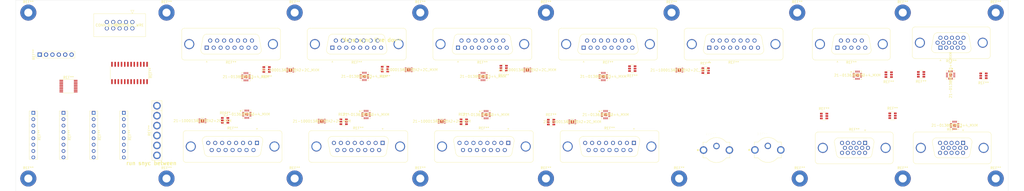
<source format=kicad_pcb>
(kicad_pcb (version 20171130) (host pcbnew "(5.1.10)-1")
  (layers (0 F.Cu signal) (1 In1.Cu power) (2 In2.Cu signal) (31 B.Cu signal) (34 B.Paste user) (35 F.Paste user) (36 B.SilkS user) (37 F.SilkS user hide) (38 B.Mask user) (39 F.Mask user) (44 Edge.Cuts user))
  (net 0 "")
  (module Connector_Molex:Molex_9652068 (layer F.Cu) (at 56.1975 52.07 270)
    (fp_text reference REF** (at 0 3 90) (layer F.SilkS))
    (fp_text value Molex_9652068)
    (pad 6 thru_hole circle (at 9.9 0 270) (size 3 3) (drill 2) (layers *.Cu *.Mask))
    (pad 5 thru_hole circle (at 5.94 0 270) (size 3 3) (drill 2) (layers *.Cu *.Mask))
    (pad 4 thru_hole circle (at 1.98 0 270) (size 3 3) (drill 2) (layers *.Cu *.Mask))
    (pad 3 thru_hole circle (at -1.98 0 270) (size 3 3) (drill 2) (layers *.Cu *.Mask))
    (pad 2 thru_hole circle (at -5.94 0 270) (size 3 3) (drill 2) (layers *.Cu *.Mask))
    (pad 1 thru_hole circle (at -9.9 0 270) (size 3 3) (drill 2) (layers *.Cu *.Mask))
  )
  (module MountingHole:MountingHole_3.2mm_M3_Pad (layer F.Cu) (at 60 71.2)
    (fp_text reference REF** (at 0 -4.2) (layer F.SilkS))
    (fp_text value MountingHole_3.2mm_M3_Pad)
    (pad 1 thru_hole circle (at 0 0) (size 6.4 6.4) (drill 3.2) (layers *.Cu *.Mask))
  )
  (module MountingHole:MountingHole_3.2mm_M3_Pad (layer F.Cu) (at 5 5)
    (fp_text reference REF** (at 0 -4.2) (layer F.SilkS))
    (fp_text value MountingHole_3.2mm_M3_Pad)
    (pad 1 thru_hole circle (at 0 0) (size 6.4 6.4) (drill 3.2) (layers *.Cu *.Mask))
  )
  (module MountingHole:MountingHole_3.2mm_M3_Pad (layer F.Cu) (at 5 71.2)
    (fp_text reference REF** (at 0 -4.2) (layer F.SilkS))
    (fp_text value MountingHole_3.2mm_M3_Pad)
    (pad 1 thru_hole circle (at 0 0) (size 6.4 6.4) (drill 3.2) (layers *.Cu *.Mask))
  )
  (module MountingHole:MountingHole_3.2mm_M3_Pad (layer F.Cu) (at 161 5)
    (fp_text reference REF** (at 0 -4.2) (layer F.SilkS))
    (fp_text value MountingHole_3.2mm_M3_Pad)
    (pad 1 thru_hole circle (at 0 0) (size 6.4 6.4) (drill 3.2) (layers *.Cu *.Mask))
  )
  (module MountingHole:MountingHole_3.2mm_M3_Pad (layer F.Cu) (at 211 5)
    (fp_text reference REF** (at 0 -4.2) (layer F.SilkS))
    (fp_text value MountingHole_3.2mm_M3_Pad)
    (pad 1 thru_hole circle (at 0 0) (size 6.4 6.4) (drill 3.2) (layers *.Cu *.Mask))
  )
  (module MountingHole:MountingHole_3.2mm_M3_Pad (layer F.Cu) (at 353 5)
    (fp_text reference REF** (at 0 -4.2) (layer F.SilkS))
    (fp_text value MountingHole_3.2mm_M3_Pad)
    (pad 1 thru_hole circle (at 0 0) (size 6.4 6.4) (drill 3.2) (layers *.Cu *.Mask))
  )
  (module MountingHole:MountingHole_3.2mm_M3_Pad (layer F.Cu) (at 311 5)
    (fp_text reference REF** (at 0 -4.2) (layer F.SilkS))
    (fp_text value MountingHole_3.2mm_M3_Pad)
    (pad 1 thru_hole circle (at 0 0) (size 6.4 6.4) (drill 3.2) (layers *.Cu *.Mask))
  )
  (module MountingHole:MountingHole_3.2mm_M3_Pad (layer F.Cu) (at 261 5)
    (fp_text reference REF** (at 0 -4.2) (layer F.SilkS))
    (fp_text value MountingHole_3.2mm_M3_Pad)
    (pad 1 thru_hole circle (at 0 0) (size 6.4 6.4) (drill 3.2) (layers *.Cu *.Mask))
  )
  (module MountingHole:MountingHole_3.2mm_M3_Pad (layer F.Cu) (at 390 5)
    (fp_text reference REF** (at 0 -4.2) (layer F.SilkS))
    (fp_text value MountingHole_3.2mm_M3_Pad)
    (pad 1 thru_hole circle (at 0 0) (size 6.4 6.4) (drill 3.2) (layers *.Cu *.Mask))
  )
  (module MountingHole:MountingHole_3.2mm_M3_Pad (layer F.Cu) (at 390 71.2)
    (fp_text reference REF** (at 0 -4.2) (layer F.SilkS))
    (fp_text value MountingHole_3.2mm_M3_Pad)
    (pad 1 thru_hole circle (at 0 0) (size 6.4 6.4) (drill 3.2) (layers *.Cu *.Mask))
  )
  (module MountingHole:MountingHole_3.2mm_M3_Pad (layer F.Cu) (at 353 71.2)
    (fp_text reference REF** (at 0 -4.2) (layer F.SilkS))
    (fp_text value MountingHole_3.2mm_M3_Pad)
    (pad 1 thru_hole circle (at 0 0) (size 6.4 6.4) (drill 3.2) (layers *.Cu *.Mask))
  )
  (module MountingHole:MountingHole_3.2mm_M3_Pad (layer F.Cu) (at 312 71.2)
    (fp_text reference REF** (at 0 -4.2) (layer F.SilkS))
    (fp_text value MountingHole_3.2mm_M3_Pad)
    (pad 1 thru_hole circle (at 0 0) (size 6.4 6.4) (drill 3.2) (layers *.Cu *.Mask))
  )
  (module MountingHole:MountingHole_3.2mm_M3_Pad (layer F.Cu) (at 264 71.2)
    (fp_text reference REF** (at 0 -4.2) (layer F.SilkS))
    (fp_text value MountingHole_3.2mm_M3_Pad)
    (pad 1 thru_hole circle (at 0 0) (size 6.4 6.4) (drill 3.2) (layers *.Cu *.Mask))
  )
  (module MountingHole:MountingHole_3.2mm_M3_Pad (layer F.Cu) (at 211 71.2)
    (fp_text reference REF** (at 0 -4.2) (layer F.SilkS))
    (fp_text value MountingHole_3.2mm_M3_Pad)
    (pad 1 thru_hole circle (at 0 0) (size 6.4 6.4) (drill 3.2) (layers *.Cu *.Mask))
  )
  (module MountingHole:MountingHole_3.2mm_M3_Pad (layer F.Cu) (at 161 71.2)
    (fp_text reference REF** (at 0 -4.2) (layer F.SilkS))
    (fp_text value MountingHole_3.2mm_M3_Pad)
    (pad 1 thru_hole circle (at 0 0) (size 6.4 6.4) (drill 3.2) (layers *.Cu *.Mask))
  )
  (module MountingHole:MountingHole_3.2mm_M3_Pad (layer F.Cu) (at 111 71.2)
    (fp_text reference REF** (at 0 -4.2) (layer F.SilkS))
    (fp_text value MountingHole_3.2mm_M3_Pad)
    (pad 1 thru_hole circle (at 0 0) (size 6.4 6.4) (drill 3.2) (layers *.Cu *.Mask))
  )
  (module MountingHole:MountingHole_3.2mm_M3_Pad (layer F.Cu) (at 60 5)
    (fp_text reference REF** (at 0 -4.2) (layer F.SilkS))
    (fp_text value MountingHole_3.2mm_M3_Pad)
    (pad 1 thru_hole circle (at 0 0) (size 6.4 6.4) (drill 3.2) (layers *.Cu *.Mask))
  )
  (module MountingHole:MountingHole_3.2mm_M3_Pad (layer F.Cu) (at 111 5)
    (fp_text reference REF** (at 0 -4.2) (layer F.SilkS))
    (fp_text value MountingHole_3.2mm_M3_Pad)
    (pad 1 thru_hole circle (at 0 0) (size 6.4 6.4) (drill 3.2) (layers *.Cu *.Mask))
  )
  (module Connector_PinSocket_2.54mm:61201021621 (layer F.Cu) (at 46.416 8.763)
    (fp_text reference REF** (at -5.08 1.27) (layer F.SilkS))
    (fp_text value CONN_61201021621_WRE (at -5.08 1.27) (layer F.SilkS))
    (fp_text user * (at 0 0) (layer F.SilkS))
    (pad 1 thru_hole circle (at 0 0) (size 1.6002 1.6002) (drill 1.0922) (layers *.Cu *.Mask))
    (pad 2 thru_hole circle (at 0 2.54) (size 1.6002 1.6002) (drill 1.0922) (layers *.Cu *.Mask))
    (pad 3 thru_hole circle (at -2.54 0) (size 1.6002 1.6002) (drill 1.0922) (layers *.Cu *.Mask))
    (pad 4 thru_hole circle (at -2.54 2.54) (size 1.6002 1.6002) (drill 1.0922) (layers *.Cu *.Mask))
    (pad 5 thru_hole circle (at -5.08 0) (size 1.6002 1.6002) (drill 1.0922) (layers *.Cu *.Mask))
    (pad 6 thru_hole circle (at -5.08 2.54) (size 1.6002 1.6002) (drill 1.0922) (layers *.Cu *.Mask))
    (pad 7 thru_hole circle (at -7.62 0) (size 1.6002 1.6002) (drill 1.0922) (layers *.Cu *.Mask))
    (pad 8 thru_hole circle (at -7.62 2.54) (size 1.6002 1.6002) (drill 1.0922) (layers *.Cu *.Mask))
    (pad 9 thru_hole circle (at -10.16 0) (size 1.6002 1.6002) (drill 1.0922) (layers *.Cu *.Mask))
    (pad 10 thru_hole circle (at -10.16 2.54) (size 1.6002 1.6002) (drill 1.0922) (layers *.Cu *.Mask))
  )
  (module Package_SO:TSSOP-16_4.4x5mm_P0.65mm (layer F.Cu) (at 20.9855 34.3535)
    (fp_text reference REF** (at 0 -3.45) (layer F.SilkS))
    (fp_text value TSSOP-16_4.4x5mm_P0.65mm)
    (pad 16 smd roundrect (at 2.8625 -2.275) (size 1.475 0.4) (layers F.Cu F.Paste F.Mask))
    (pad 15 smd roundrect (at 2.8625 -1.625) (size 1.475 0.4) (layers F.Cu F.Paste F.Mask))
    (pad 14 smd roundrect (at 2.8625 -0.975) (size 1.475 0.4) (layers F.Cu F.Paste F.Mask))
    (pad 13 smd roundrect (at 2.8625 -0.325) (size 1.475 0.4) (layers F.Cu F.Paste F.Mask))
    (pad 12 smd roundrect (at 2.8625 0.325) (size 1.475 0.4) (layers F.Cu F.Paste F.Mask))
    (pad 11 smd roundrect (at 2.8625 0.975) (size 1.475 0.4) (layers F.Cu F.Paste F.Mask))
    (pad 10 smd roundrect (at 2.8625 1.625) (size 1.475 0.4) (layers F.Cu F.Paste F.Mask))
    (pad 9 smd roundrect (at 2.8625 2.275) (size 1.475 0.4) (layers F.Cu F.Paste F.Mask))
    (pad 8 smd roundrect (at -2.8625 2.275) (size 1.475 0.4) (layers F.Cu F.Paste F.Mask))
    (pad 7 smd roundrect (at -2.8625 1.625) (size 1.475 0.4) (layers F.Cu F.Paste F.Mask))
    (pad 6 smd roundrect (at -2.8625 0.975) (size 1.475 0.4) (layers F.Cu F.Paste F.Mask))
    (pad 5 smd roundrect (at -2.8625 0.325) (size 1.475 0.4) (layers F.Cu F.Paste F.Mask))
    (pad 4 smd roundrect (at -2.8625 -0.325) (size 1.475 0.4) (layers F.Cu F.Paste F.Mask))
    (pad 3 smd roundrect (at -2.8625 -0.975) (size 1.475 0.4) (layers F.Cu F.Paste F.Mask))
    (pad 2 smd roundrect (at -2.8625 -1.625) (size 1.475 0.4) (layers F.Cu F.Paste F.Mask))
    (pad 1 smd roundrect (at -2.8625 -2.275) (size 1.475 0.4) (layers F.Cu F.Paste F.Mask))
  )
  (module Connector_PinHeader_2.54mm:PinHeader_1x06_P2.54mm_Vertical (layer F.Cu) (at 9.5225 21.7805 90)
    (fp_text reference REF** (at 0 -2.33 90) (layer F.SilkS))
    (fp_text value PinHeader_1x06_P2.54mm_Vertical)
    (pad 6 thru_hole oval (at 0 12.7 90) (size 1.7 1.7) (drill 1) (layers *.Cu *.Mask))
    (pad 5 thru_hole oval (at 0 10.16 90) (size 1.7 1.7) (drill 1) (layers *.Cu *.Mask))
    (pad 4 thru_hole oval (at 0 7.62 90) (size 1.7 1.7) (drill 1) (layers *.Cu *.Mask))
    (pad 3 thru_hole oval (at 0 5.08 90) (size 1.7 1.7) (drill 1) (layers *.Cu *.Mask))
    (pad 2 thru_hole oval (at 0 2.54 90) (size 1.7 1.7) (drill 1) (layers *.Cu *.Mask))
    (pad 1 thru_hole rect (at 0 0 90) (size 1.7 1.7) (drill 1) (layers *.Cu *.Mask))
  )
  (module Package_SIP:SIP-8_19x3mm_P2.54mm (layer F.Cu) (at 43 45 270)
    (fp_text reference REF** (at 8.89 -2.4 90) (layer F.SilkS))
    (fp_text value SIP-8_19x3mm_P2.54mm)
    (pad 8 thru_hole circle (at 17.78 0) (size 1.45 1.45) (drill 0.85) (layers *.Cu *.Mask))
    (pad 7 thru_hole circle (at 15.24 0) (size 1.45 1.45) (drill 0.85) (layers *.Cu *.Mask))
    (pad 6 thru_hole circle (at 12.7 0) (size 1.45 1.45) (drill 0.85) (layers *.Cu *.Mask))
    (pad 5 thru_hole circle (at 10.16 0) (size 1.45 1.45) (drill 0.85) (layers *.Cu *.Mask))
    (pad 4 thru_hole circle (at 7.62 0) (size 1.45 1.45) (drill 0.85) (layers *.Cu *.Mask))
    (pad 3 thru_hole circle (at 5.08 0) (size 1.45 1.45) (drill 0.85) (layers *.Cu *.Mask))
    (pad 2 thru_hole circle (at 2.54 0) (size 1.45 1.45) (drill 0.85) (layers *.Cu *.Mask))
    (pad 1 thru_hole rect (at 0 0) (size 1.45 1.45) (drill 0.85) (layers *.Cu *.Mask))
  )
  (module Package_SIP:SIP-8_19x3mm_P2.54mm (layer F.Cu) (at 31 45 270)
    (fp_text reference REF** (at 8.89 -2.4 90) (layer F.SilkS))
    (fp_text value SIP-8_19x3mm_P2.54mm)
    (pad 8 thru_hole circle (at 17.78 0) (size 1.45 1.45) (drill 0.85) (layers *.Cu *.Mask))
    (pad 7 thru_hole circle (at 15.24 0) (size 1.45 1.45) (drill 0.85) (layers *.Cu *.Mask))
    (pad 6 thru_hole circle (at 12.7 0) (size 1.45 1.45) (drill 0.85) (layers *.Cu *.Mask))
    (pad 5 thru_hole circle (at 10.16 0) (size 1.45 1.45) (drill 0.85) (layers *.Cu *.Mask))
    (pad 4 thru_hole circle (at 7.62 0) (size 1.45 1.45) (drill 0.85) (layers *.Cu *.Mask))
    (pad 3 thru_hole circle (at 5.08 0) (size 1.45 1.45) (drill 0.85) (layers *.Cu *.Mask))
    (pad 2 thru_hole circle (at 2.54 0) (size 1.45 1.45) (drill 0.85) (layers *.Cu *.Mask))
    (pad 1 thru_hole rect (at 0 0) (size 1.45 1.45) (drill 0.85) (layers *.Cu *.Mask))
  )
  (module Package_SIP:SIP-8_19x3mm_P2.54mm (layer F.Cu) (at 19 45 270)
    (fp_text reference REF** (at 8.89 -2.4 90) (layer F.SilkS))
    (fp_text value SIP-8_19x3mm_P2.54mm)
    (pad 8 thru_hole circle (at 17.78 0) (size 1.45 1.45) (drill 0.85) (layers *.Cu *.Mask))
    (pad 7 thru_hole circle (at 15.24 0) (size 1.45 1.45) (drill 0.85) (layers *.Cu *.Mask))
    (pad 6 thru_hole circle (at 12.7 0) (size 1.45 1.45) (drill 0.85) (layers *.Cu *.Mask))
    (pad 5 thru_hole circle (at 10.16 0) (size 1.45 1.45) (drill 0.85) (layers *.Cu *.Mask))
    (pad 4 thru_hole circle (at 7.62 0) (size 1.45 1.45) (drill 0.85) (layers *.Cu *.Mask))
    (pad 3 thru_hole circle (at 5.08 0) (size 1.45 1.45) (drill 0.85) (layers *.Cu *.Mask))
    (pad 2 thru_hole circle (at 2.54 0) (size 1.45 1.45) (drill 0.85) (layers *.Cu *.Mask))
    (pad 1 thru_hole rect (at 0 0) (size 1.45 1.45) (drill 0.85) (layers *.Cu *.Mask))
  )
  (module Package_SIP:SIP-8_19x3mm_P2.54mm (layer F.Cu) (at 7 45 270)
    (fp_text reference REF** (at 8.89 -2.4 90) (layer F.SilkS))
    (fp_text value SIP-8_19x3mm_P2.54mm)
    (pad 8 thru_hole circle (at 17.78 0) (size 1.45 1.45) (drill 0.85) (layers *.Cu *.Mask))
    (pad 7 thru_hole circle (at 15.24 0) (size 1.45 1.45) (drill 0.85) (layers *.Cu *.Mask))
    (pad 6 thru_hole circle (at 12.7 0) (size 1.45 1.45) (drill 0.85) (layers *.Cu *.Mask))
    (pad 5 thru_hole circle (at 10.16 0) (size 1.45 1.45) (drill 0.85) (layers *.Cu *.Mask))
    (pad 4 thru_hole circle (at 7.62 0) (size 1.45 1.45) (drill 0.85) (layers *.Cu *.Mask))
    (pad 3 thru_hole circle (at 5.08 0) (size 1.45 1.45) (drill 0.85) (layers *.Cu *.Mask))
    (pad 2 thru_hole circle (at 2.54 0) (size 1.45 1.45) (drill 0.85) (layers *.Cu *.Mask))
    (pad 1 thru_hole rect (at 0 0) (size 1.45 1.45) (drill 0.85) (layers *.Cu *.Mask))
  )
  (module Package_SO:SO-24_5.3x15mm_P1.27mm (layer F.Cu) (at 45.2755 29.083 270)
    (fp_text reference REF** (at 0 -8.45 90) (layer F.SilkS))
    (fp_text value SO-24_5.3x15mm_P1.27mm)
    (pad 1 smd roundrect (at -3.4625 -6.985 270) (size 1.975 0.6) (layers F.Cu F.Paste F.Mask))
    (pad 2 smd roundrect (at -3.4625 -5.715 270) (size 1.975 0.6) (layers F.Cu F.Paste F.Mask))
    (pad 3 smd roundrect (at -3.4625 -4.445 270) (size 1.975 0.6) (layers F.Cu F.Paste F.Mask))
    (pad 4 smd roundrect (at -3.4625 -3.175 270) (size 1.975 0.6) (layers F.Cu F.Paste F.Mask))
    (pad 5 smd roundrect (at -3.4625 -1.905 270) (size 1.975 0.6) (layers F.Cu F.Paste F.Mask))
    (pad 6 smd roundrect (at -3.4625 -0.635 270) (size 1.975 0.6) (layers F.Cu F.Paste F.Mask))
    (pad 7 smd roundrect (at -3.4625 0.635 270) (size 1.975 0.6) (layers F.Cu F.Paste F.Mask))
    (pad 8 smd roundrect (at -3.4625 1.905 270) (size 1.975 0.6) (layers F.Cu F.Paste F.Mask))
    (pad 9 smd roundrect (at -3.4625 3.175 270) (size 1.975 0.6) (layers F.Cu F.Paste F.Mask))
    (pad 10 smd roundrect (at -3.4625 4.445 270) (size 1.975 0.6) (layers F.Cu F.Paste F.Mask))
    (pad 11 smd roundrect (at -3.4625 5.715 270) (size 1.975 0.6) (layers F.Cu F.Paste F.Mask))
    (pad 12 smd roundrect (at -3.4625 6.985 270) (size 1.975 0.6) (layers F.Cu F.Paste F.Mask))
    (pad 13 smd roundrect (at 3.4625 6.985 270) (size 1.975 0.6) (layers F.Cu F.Paste F.Mask))
    (pad 14 smd roundrect (at 3.4625 5.715 270) (size 1.975 0.6) (layers F.Cu F.Paste F.Mask))
    (pad 15 smd roundrect (at 3.4625 4.445 270) (size 1.975 0.6) (layers F.Cu F.Paste F.Mask))
    (pad 16 smd roundrect (at 3.4625 3.175 270) (size 1.975 0.6) (layers F.Cu F.Paste F.Mask))
    (pad 17 smd roundrect (at 3.4625 1.905 270) (size 1.975 0.6) (layers F.Cu F.Paste F.Mask))
    (pad 18 smd roundrect (at 3.4625 0.635 270) (size 1.975 0.6) (layers F.Cu F.Paste F.Mask))
    (pad 19 smd roundrect (at 3.4625 -0.635 270) (size 1.975 0.6) (layers F.Cu F.Paste F.Mask))
    (pad 20 smd roundrect (at 3.4625 -1.905 270) (size 1.975 0.6) (layers F.Cu F.Paste F.Mask))
    (pad 21 smd roundrect (at 3.4625 -3.175 270) (size 1.975 0.6) (layers F.Cu F.Paste F.Mask))
    (pad 22 smd roundrect (at 3.4625 -4.445 270) (size 1.975 0.6) (layers F.Cu F.Paste F.Mask))
    (pad 23 smd roundrect (at 3.4625 -5.715 270) (size 1.975 0.6) (layers F.Cu F.Paste F.Mask))
    (pad 24 smd roundrect (at 3.4625 -6.985 270) (size 1.975 0.6) (layers F.Cu F.Paste F.Mask))
  )
  (module Package_TO_SOT_SMD:SOT-23-6 (layer F.Cu) (at 360.2965 29.6385 180)
    (fp_text reference REF** (at 0 -2.9) (layer F.SilkS))
    (fp_text value SOT-23-6)
    (pad 1 smd rect (at -1.1 -0.95 180) (size 1.06 0.65) (layers F.Cu F.Paste F.Mask))
    (pad 2 smd rect (at -1.1 0 180) (size 1.06 0.65) (layers F.Cu F.Paste F.Mask))
    (pad 3 smd rect (at -1.1 0.95 180) (size 1.06 0.65) (layers F.Cu F.Paste F.Mask))
    (pad 4 smd rect (at 1.1 0.95 180) (size 1.06 0.65) (layers F.Cu F.Paste F.Mask))
    (pad 6 smd rect (at 1.1 -0.95 180) (size 1.06 0.65) (layers F.Cu F.Paste F.Mask))
    (pad 5 smd rect (at 1.1 0 180) (size 1.06 0.65) (layers F.Cu F.Paste F.Mask))
  )
  (module Package_TO_SOT_SMD:SOT-23-6 (layer F.Cu) (at 321.6885 46.2755)
    (fp_text reference REF** (at 0 -2.9) (layer F.SilkS))
    (fp_text value SOT-23-6)
    (pad 5 smd rect (at 1.1 0) (size 1.06 0.65) (layers F.Cu F.Paste F.Mask))
    (pad 6 smd rect (at 1.1 -0.95) (size 1.06 0.65) (layers F.Cu F.Paste F.Mask))
    (pad 4 smd rect (at 1.1 0.95) (size 1.06 0.65) (layers F.Cu F.Paste F.Mask))
    (pad 3 smd rect (at -1.1 0.95) (size 1.06 0.65) (layers F.Cu F.Paste F.Mask))
    (pad 2 smd rect (at -1.1 0) (size 1.06 0.65) (layers F.Cu F.Paste F.Mask))
    (pad 1 smd rect (at -1.1 -0.95) (size 1.06 0.65) (layers F.Cu F.Paste F.Mask))
  )
  (module Package_TO_SOT_SMD:SOT-23-6 (layer F.Cu) (at 348.93 46.1485)
    (fp_text reference REF** (at 0 -2.9) (layer F.SilkS))
    (fp_text value SOT-23-6)
    (pad 5 smd rect (at 1.1 0) (size 1.06 0.65) (layers F.Cu F.Paste F.Mask))
    (pad 6 smd rect (at 1.1 -0.95) (size 1.06 0.65) (layers F.Cu F.Paste F.Mask))
    (pad 4 smd rect (at 1.1 0.95) (size 1.06 0.65) (layers F.Cu F.Paste F.Mask))
    (pad 3 smd rect (at -1.1 0.95) (size 1.06 0.65) (layers F.Cu F.Paste F.Mask))
    (pad 2 smd rect (at -1.1 0) (size 1.06 0.65) (layers F.Cu F.Paste F.Mask))
    (pad 1 smd rect (at -1.1 -0.95) (size 1.06 0.65) (layers F.Cu F.Paste F.Mask))
  )
  (module Package_TO_SOT_SMD:SOT-23-6 (layer F.Cu) (at 385.125 30.21 180)
    (fp_text reference REF** (at 0 -2.9) (layer F.SilkS))
    (fp_text value SOT-23-6)
    (pad 5 smd rect (at 1.1 0 180) (size 1.06 0.65) (layers F.Cu F.Paste F.Mask))
    (pad 6 smd rect (at 1.1 -0.95 180) (size 1.06 0.65) (layers F.Cu F.Paste F.Mask))
    (pad 4 smd rect (at 1.1 0.95 180) (size 1.06 0.65) (layers F.Cu F.Paste F.Mask))
    (pad 3 smd rect (at -1.1 0.95 180) (size 1.06 0.65) (layers F.Cu F.Paste F.Mask))
    (pad 2 smd rect (at -1.1 0 180) (size 1.06 0.65) (layers F.Cu F.Paste F.Mask))
    (pad 1 smd rect (at -1.1 -0.95 180) (size 1.06 0.65) (layers F.Cu F.Paste F.Mask))
  )
  (module Package_TO_SOT_SMD:SOT-23-6 (layer F.Cu) (at 347.406 29.7655 180)
    (fp_text reference REF** (at 0 -2.9) (layer F.SilkS))
    (fp_text value SOT-23-6)
    (pad 5 smd rect (at 1.1 0 180) (size 1.06 0.65) (layers F.Cu F.Paste F.Mask))
    (pad 6 smd rect (at 1.1 -0.95 180) (size 1.06 0.65) (layers F.Cu F.Paste F.Mask))
    (pad 4 smd rect (at 1.1 0.95 180) (size 1.06 0.65) (layers F.Cu F.Paste F.Mask))
    (pad 3 smd rect (at -1.1 0.95 180) (size 1.06 0.65) (layers F.Cu F.Paste F.Mask))
    (pad 2 smd rect (at -1.1 0 180) (size 1.06 0.65) (layers F.Cu F.Paste F.Mask))
    (pad 1 smd rect (at -1.1 -0.95 180) (size 1.06 0.65) (layers F.Cu F.Paste F.Mask))
  )
  (module Connector_Dsub:DSUB-15-HD_Female_Vertical_P2.29x1.98mm_MountingHoles (layer F.Cu) (at 368 19 180)
    (fp_text reference REF** (at -4.315 -5.33) (layer F.SilkS))
    (fp_text value DSUB-15-HD_Female_Vertical_P2.29x1.98mm_MountingHoles)
    (pad 0 thru_hole circle (at 8.185 1.98 180) (size 4 4) (drill 3.2) (layers *.Cu *.Mask))
    (pad 0 thru_hole circle (at -16.815 1.98 180) (size 4 4) (drill 3.2) (layers *.Cu *.Mask))
    (pad 15 thru_hole circle (at -9.16 3.96 180) (size 1.6 1.6) (drill 1) (layers *.Cu *.Mask))
    (pad 14 thru_hole circle (at -6.87 3.96 180) (size 1.6 1.6) (drill 1) (layers *.Cu *.Mask))
    (pad 13 thru_hole circle (at -4.58 3.96 180) (size 1.6 1.6) (drill 1) (layers *.Cu *.Mask))
    (pad 12 thru_hole circle (at -2.29 3.96 180) (size 1.6 1.6) (drill 1) (layers *.Cu *.Mask))
    (pad 11 thru_hole circle (at 0 3.96 180) (size 1.6 1.6) (drill 1) (layers *.Cu *.Mask))
    (pad 10 thru_hole circle (at -8.015 1.98 180) (size 1.6 1.6) (drill 1) (layers *.Cu *.Mask))
    (pad 9 thru_hole circle (at -5.725 1.98 180) (size 1.6 1.6) (drill 1) (layers *.Cu *.Mask))
    (pad 8 thru_hole circle (at -3.435 1.98 180) (size 1.6 1.6) (drill 1) (layers *.Cu *.Mask))
    (pad 7 thru_hole circle (at -1.145 1.98 180) (size 1.6 1.6) (drill 1) (layers *.Cu *.Mask))
    (pad 6 thru_hole circle (at 1.145 1.98 180) (size 1.6 1.6) (drill 1) (layers *.Cu *.Mask))
    (pad 5 thru_hole circle (at -9.16 0 180) (size 1.6 1.6) (drill 1) (layers *.Cu *.Mask))
    (pad 4 thru_hole circle (at -6.87 0 180) (size 1.6 1.6) (drill 1) (layers *.Cu *.Mask))
    (pad 3 thru_hole circle (at -4.58 0 180) (size 1.6 1.6) (drill 1) (layers *.Cu *.Mask))
    (pad 2 thru_hole circle (at -2.29 0 180) (size 1.6 1.6) (drill 1) (layers *.Cu *.Mask))
    (pad 1 thru_hole rect (at 0 0 180) (size 1.6 1.6) (drill 1) (layers *.Cu *.Mask))
  )
  (module Connector_Dsub:DSUB-9_Female_Vertical_P2.77x2.84mm_MountingHoles (layer F.Cu) (at 327 19 180)
    (fp_text reference REF** (at -5.54 -5.89) (layer F.SilkS))
    (fp_text value DSUB-9_Female_Vertical_P2.77x2.84mm_MountingHoles)
    (pad 0 thru_hole circle (at 6.96 1.42 180) (size 4 4) (drill 3.2) (layers *.Cu *.Mask))
    (pad 0 thru_hole circle (at -18.04 1.42 180) (size 4 4) (drill 3.2) (layers *.Cu *.Mask))
    (pad 9 thru_hole circle (at -9.695 2.84 180) (size 1.6 1.6) (drill 1) (layers *.Cu *.Mask))
    (pad 8 thru_hole circle (at -6.925 2.84 180) (size 1.6 1.6) (drill 1) (layers *.Cu *.Mask))
    (pad 7 thru_hole circle (at -4.155 2.84 180) (size 1.6 1.6) (drill 1) (layers *.Cu *.Mask))
    (pad 6 thru_hole circle (at -1.385 2.84 180) (size 1.6 1.6) (drill 1) (layers *.Cu *.Mask))
    (pad 5 thru_hole circle (at -11.08 0 180) (size 1.6 1.6) (drill 1) (layers *.Cu *.Mask))
    (pad 4 thru_hole circle (at -8.31 0 180) (size 1.6 1.6) (drill 1) (layers *.Cu *.Mask))
    (pad 3 thru_hole circle (at -5.54 0 180) (size 1.6 1.6) (drill 1) (layers *.Cu *.Mask))
    (pad 2 thru_hole circle (at -2.77 0 180) (size 1.6 1.6) (drill 1) (layers *.Cu *.Mask))
    (pad 1 thru_hole rect (at 0 0 180) (size 1.6 1.6) (drill 1) (layers *.Cu *.Mask))
  )
  (module 2021-06-20_01-56-06:MAX4887ETE&plus_ (layer F.Cu) (at 373.6442 49.9943 180)
    (fp_text reference REF** (at 0 0) (layer F.SilkS))
    (fp_text value 21-0136_T1633+4_MXM (at 0 0) (layer F.SilkS))
    (fp_text user * (at -2.4892 -1) (layer F.SilkS))
    (fp_text user * (at -2.4892 -1) (layer F.SilkS))
    (pad 17 smd rect (at 0 0 180) (size 1.2446 1.2446) (layers F.Cu F.Paste F.Mask))
    (pad 16 smd rect (at -0.750001 -1.4478 180) (size 0.254 0.8128) (layers F.Cu F.Paste F.Mask))
    (pad 15 smd rect (at -0.25 -1.4478 180) (size 0.254 0.8128) (layers F.Cu F.Paste F.Mask))
    (pad 14 smd rect (at 0.25 -1.4478 180) (size 0.254 0.8128) (layers F.Cu F.Paste F.Mask))
    (pad 13 smd rect (at 0.750001 -1.4478 180) (size 0.254 0.8128) (layers F.Cu F.Paste F.Mask))
    (pad 12 smd rect (at 1.4478 -0.750001 270) (size 0.254 0.8128) (layers F.Cu F.Paste F.Mask))
    (pad 11 smd rect (at 1.4478 -0.25 270) (size 0.254 0.8128) (layers F.Cu F.Paste F.Mask))
    (pad 10 smd rect (at 1.4478 0.25 270) (size 0.254 0.8128) (layers F.Cu F.Paste F.Mask))
    (pad 9 smd rect (at 1.4478 0.750001 270) (size 0.254 0.8128) (layers F.Cu F.Paste F.Mask))
    (pad 8 smd rect (at 0.750001 1.4478 180) (size 0.254 0.8128) (layers F.Cu F.Paste F.Mask))
    (pad 7 smd rect (at 0.25 1.4478 180) (size 0.254 0.8128) (layers F.Cu F.Paste F.Mask))
    (pad 6 smd rect (at -0.25 1.4478 180) (size 0.254 0.8128) (layers F.Cu F.Paste F.Mask))
    (pad 5 smd rect (at -0.750001 1.4478 180) (size 0.254 0.8128) (layers F.Cu F.Paste F.Mask))
    (pad 4 smd rect (at -1.4478 0.750001 270) (size 0.254 0.8128) (layers F.Cu F.Paste F.Mask))
    (pad 3 smd rect (at -1.4478 0.25 270) (size 0.254 0.8128) (layers F.Cu F.Paste F.Mask))
    (pad 2 smd rect (at -1.4478 -0.25 270) (size 0.254 0.8128) (layers F.Cu F.Paste F.Mask))
    (pad 1 smd rect (at -1.4478 -0.750001 270) (size 0.254 0.8128) (layers F.Cu F.Paste F.Mask))
  )
  (module 2021-06-20_01-56-06:MAX4887ETE&plus_ (layer F.Cu) (at 372.044 29.8925 270)
    (fp_text reference REF** (at 0 0 90) (layer F.SilkS))
    (fp_text value 21-0136_T1633+4_MXM (at 0 0 90) (layer F.SilkS))
    (fp_text user * (at -2.4892 -1 90) (layer F.SilkS))
    (fp_text user * (at -2.4892 -1 90) (layer F.SilkS))
    (pad 17 smd rect (at 0 0 270) (size 1.2446 1.2446) (layers F.Cu F.Paste F.Mask))
    (pad 16 smd rect (at -0.750001 -1.4478 270) (size 0.254 0.8128) (layers F.Cu F.Paste F.Mask))
    (pad 15 smd rect (at -0.25 -1.4478 270) (size 0.254 0.8128) (layers F.Cu F.Paste F.Mask))
    (pad 14 smd rect (at 0.25 -1.4478 270) (size 0.254 0.8128) (layers F.Cu F.Paste F.Mask))
    (pad 13 smd rect (at 0.750001 -1.4478 270) (size 0.254 0.8128) (layers F.Cu F.Paste F.Mask))
    (pad 12 smd rect (at 1.4478 -0.750001) (size 0.254 0.8128) (layers F.Cu F.Paste F.Mask))
    (pad 11 smd rect (at 1.4478 -0.25) (size 0.254 0.8128) (layers F.Cu F.Paste F.Mask))
    (pad 10 smd rect (at 1.4478 0.25) (size 0.254 0.8128) (layers F.Cu F.Paste F.Mask))
    (pad 9 smd rect (at 1.4478 0.750001) (size 0.254 0.8128) (layers F.Cu F.Paste F.Mask))
    (pad 8 smd rect (at 0.750001 1.4478 270) (size 0.254 0.8128) (layers F.Cu F.Paste F.Mask))
    (pad 7 smd rect (at 0.25 1.4478 270) (size 0.254 0.8128) (layers F.Cu F.Paste F.Mask))
    (pad 6 smd rect (at -0.25 1.4478 270) (size 0.254 0.8128) (layers F.Cu F.Paste F.Mask))
    (pad 5 smd rect (at -0.750001 1.4478 270) (size 0.254 0.8128) (layers F.Cu F.Paste F.Mask))
    (pad 4 smd rect (at -1.4478 0.750001) (size 0.254 0.8128) (layers F.Cu F.Paste F.Mask))
    (pad 3 smd rect (at -1.4478 0.25) (size 0.254 0.8128) (layers F.Cu F.Paste F.Mask))
    (pad 2 smd rect (at -1.4478 -0.25) (size 0.254 0.8128) (layers F.Cu F.Paste F.Mask))
    (pad 1 smd rect (at -1.4478 -0.750001) (size 0.254 0.8128) (layers F.Cu F.Paste F.Mask))
  )
  (module 2021-06-20_01-56-06:MAX4887ETE&plus_ (layer F.Cu) (at 334.9473 29.9837)
    (fp_text reference REF** (at 0 0) (layer F.SilkS))
    (fp_text value 21-0136_T1633+4_MXM (at 0 0) (layer F.SilkS))
    (fp_text user * (at -2.4892 -1) (layer F.SilkS))
    (fp_text user * (at -2.4892 -1) (layer F.SilkS))
    (pad 17 smd rect (at 0 0) (size 1.2446 1.2446) (layers F.Cu F.Paste F.Mask))
    (pad 16 smd rect (at -0.750001 -1.4478) (size 0.254 0.8128) (layers F.Cu F.Paste F.Mask))
    (pad 15 smd rect (at -0.25 -1.4478) (size 0.254 0.8128) (layers F.Cu F.Paste F.Mask))
    (pad 14 smd rect (at 0.25 -1.4478) (size 0.254 0.8128) (layers F.Cu F.Paste F.Mask))
    (pad 13 smd rect (at 0.750001 -1.4478) (size 0.254 0.8128) (layers F.Cu F.Paste F.Mask))
    (pad 12 smd rect (at 1.4478 -0.750001 90) (size 0.254 0.8128) (layers F.Cu F.Paste F.Mask))
    (pad 11 smd rect (at 1.4478 -0.25 90) (size 0.254 0.8128) (layers F.Cu F.Paste F.Mask))
    (pad 10 smd rect (at 1.4478 0.25 90) (size 0.254 0.8128) (layers F.Cu F.Paste F.Mask))
    (pad 9 smd rect (at 1.4478 0.750001 90) (size 0.254 0.8128) (layers F.Cu F.Paste F.Mask))
    (pad 8 smd rect (at 0.750001 1.4478) (size 0.254 0.8128) (layers F.Cu F.Paste F.Mask))
    (pad 7 smd rect (at 0.25 1.4478) (size 0.254 0.8128) (layers F.Cu F.Paste F.Mask))
    (pad 6 smd rect (at -0.25 1.4478) (size 0.254 0.8128) (layers F.Cu F.Paste F.Mask))
    (pad 5 smd rect (at -0.750001 1.4478) (size 0.254 0.8128) (layers F.Cu F.Paste F.Mask))
    (pad 4 smd rect (at -1.4478 0.750001 90) (size 0.254 0.8128) (layers F.Cu F.Paste F.Mask))
    (pad 3 smd rect (at -1.4478 0.25 90) (size 0.254 0.8128) (layers F.Cu F.Paste F.Mask))
    (pad 2 smd rect (at -1.4478 -0.25 90) (size 0.254 0.8128) (layers F.Cu F.Paste F.Mask))
    (pad 1 smd rect (at -1.4478 -0.750001 90) (size 0.254 0.8128) (layers F.Cu F.Paste F.Mask))
  )
  (module Connector_Dsub:DSUB-15-HD_Female_Vertical_P2.29x1.98mm_MountingHoles (layer F.Cu) (at 338 57)
    (fp_text reference REF** (at -4.315 -5.33) (layer F.SilkS))
    (fp_text value DSUB-15-HD_Female_Vertical_P2.29x1.98mm_MountingHoles)
    (pad 0 thru_hole circle (at 8.185 1.98) (size 4 4) (drill 3.2) (layers *.Cu *.Mask))
    (pad 0 thru_hole circle (at -16.815 1.98) (size 4 4) (drill 3.2) (layers *.Cu *.Mask))
    (pad 15 thru_hole circle (at -9.16 3.96) (size 1.6 1.6) (drill 1) (layers *.Cu *.Mask))
    (pad 14 thru_hole circle (at -6.87 3.96) (size 1.6 1.6) (drill 1) (layers *.Cu *.Mask))
    (pad 13 thru_hole circle (at -4.58 3.96) (size 1.6 1.6) (drill 1) (layers *.Cu *.Mask))
    (pad 12 thru_hole circle (at -2.29 3.96) (size 1.6 1.6) (drill 1) (layers *.Cu *.Mask))
    (pad 11 thru_hole circle (at 0 3.96) (size 1.6 1.6) (drill 1) (layers *.Cu *.Mask))
    (pad 10 thru_hole circle (at -8.015 1.98) (size 1.6 1.6) (drill 1) (layers *.Cu *.Mask))
    (pad 9 thru_hole circle (at -5.725 1.98) (size 1.6 1.6) (drill 1) (layers *.Cu *.Mask))
    (pad 8 thru_hole circle (at -3.435 1.98) (size 1.6 1.6) (drill 1) (layers *.Cu *.Mask))
    (pad 7 thru_hole circle (at -1.145 1.98) (size 1.6 1.6) (drill 1) (layers *.Cu *.Mask))
    (pad 6 thru_hole circle (at 1.145 1.98) (size 1.6 1.6) (drill 1) (layers *.Cu *.Mask))
    (pad 5 thru_hole circle (at -9.16 0) (size 1.6 1.6) (drill 1) (layers *.Cu *.Mask))
    (pad 4 thru_hole circle (at -6.87 0) (size 1.6 1.6) (drill 1) (layers *.Cu *.Mask))
    (pad 3 thru_hole circle (at -4.58 0) (size 1.6 1.6) (drill 1) (layers *.Cu *.Mask))
    (pad 2 thru_hole circle (at -2.29 0) (size 1.6 1.6) (drill 1) (layers *.Cu *.Mask))
    (pad 1 thru_hole rect (at 0 0) (size 1.6 1.6) (drill 1) (layers *.Cu *.Mask))
  )
  (module Connector_Dsub:DSUB-15-HD_Female_Vertical_P2.29x1.98mm_MountingHoles (layer F.Cu) (at 377 57)
    (fp_text reference REF** (at -4.315 -5.33) (layer F.SilkS))
    (fp_text value DSUB-15-HD_Female_Vertical_P2.29x1.98mm_MountingHoles)
    (pad 0 thru_hole circle (at 8.185 1.98) (size 4 4) (drill 3.2) (layers *.Cu *.Mask))
    (pad 0 thru_hole circle (at -16.815 1.98) (size 4 4) (drill 3.2) (layers *.Cu *.Mask))
    (pad 15 thru_hole circle (at -9.16 3.96) (size 1.6 1.6) (drill 1) (layers *.Cu *.Mask))
    (pad 14 thru_hole circle (at -6.87 3.96) (size 1.6 1.6) (drill 1) (layers *.Cu *.Mask))
    (pad 13 thru_hole circle (at -4.58 3.96) (size 1.6 1.6) (drill 1) (layers *.Cu *.Mask))
    (pad 12 thru_hole circle (at -2.29 3.96) (size 1.6 1.6) (drill 1) (layers *.Cu *.Mask))
    (pad 11 thru_hole circle (at 0 3.96) (size 1.6 1.6) (drill 1) (layers *.Cu *.Mask))
    (pad 10 thru_hole circle (at -8.015 1.98) (size 1.6 1.6) (drill 1) (layers *.Cu *.Mask))
    (pad 9 thru_hole circle (at -5.725 1.98) (size 1.6 1.6) (drill 1) (layers *.Cu *.Mask))
    (pad 8 thru_hole circle (at -3.435 1.98) (size 1.6 1.6) (drill 1) (layers *.Cu *.Mask))
    (pad 7 thru_hole circle (at -1.145 1.98) (size 1.6 1.6) (drill 1) (layers *.Cu *.Mask))
    (pad 6 thru_hole circle (at 1.145 1.98) (size 1.6 1.6) (drill 1) (layers *.Cu *.Mask))
    (pad 5 thru_hole circle (at -9.16 0) (size 1.6 1.6) (drill 1) (layers *.Cu *.Mask))
    (pad 4 thru_hole circle (at -6.87 0) (size 1.6 1.6) (drill 1) (layers *.Cu *.Mask))
    (pad 3 thru_hole circle (at -4.58 0) (size 1.6 1.6) (drill 1) (layers *.Cu *.Mask))
    (pad 2 thru_hole circle (at -2.29 0) (size 1.6 1.6) (drill 1) (layers *.Cu *.Mask))
    (pad 1 thru_hole rect (at 0 0) (size 1.6 1.6) (drill 1) (layers *.Cu *.Mask))
  )
  (module RCJ-024:CUI_RCJ-022 (layer F.Cu) (at 299.3111 59.8008)
    (fp_text reference REF** (at -2.205855 -6.237415) (layer F.SilkS) (effects (font (size 1.000386 1.000386) (thickness 0.015))))
    (fp_text value "CUI_RCJ-022 RED")
    (pad 1A thru_hole circle (at -5.15 0) (size 3 3) (drill 2) (layers *.Cu *.Mask))
    (pad 1B thru_hole circle (at 5.15 0) (size 3 3) (drill 2) (layers *.Cu *.Mask))
    (pad 2 thru_hole circle (at 0 -1.6) (size 2.55 2.55) (drill 1.7) (layers *.Cu *.Mask))
  )
  (module RCJ-024:CUI_RCJ-023 (layer F.Cu) (at 278.8641 59.8518)
    (fp_text reference REF** (at -2.20699 -6.24061) (layer F.SilkS) (effects (font (size 1.000898 1.000898) (thickness 0.015))))
    (fp_text value "CUI_RCJ-023 White")
    (pad 1A thru_hole circle (at -5.15 0) (size 3 3) (drill 2) (layers *.Cu *.Mask))
    (pad 1B thru_hole circle (at 5.15 0) (size 3 3) (drill 2) (layers *.Cu *.Mask))
    (pad 2 thru_hole circle (at 0 -1.6) (size 2.55 2.55) (drill 1.7) (layers *.Cu *.Mask))
  )
  (module Connector_Dsub:DSUB-15_Female_Vertical_P2.77x2.84mm_MountingHoles (layer F.Cu) (at 96 57)
    (fp_text reference REF** (at -9.695 -5.89) (layer F.SilkS))
    (fp_text value DSUB-15_Female_Vertical_P2.77x2.84mm_MountingHoles)
    (pad 1 thru_hole rect (at 0 0) (size 1.6 1.6) (drill 1) (layers *.Cu *.Mask))
    (pad 2 thru_hole circle (at -2.77 0) (size 1.6 1.6) (drill 1) (layers *.Cu *.Mask))
    (pad 3 thru_hole circle (at -5.54 0) (size 1.6 1.6) (drill 1) (layers *.Cu *.Mask))
    (pad 4 thru_hole circle (at -8.31 0) (size 1.6 1.6) (drill 1) (layers *.Cu *.Mask))
    (pad 5 thru_hole circle (at -11.08 0) (size 1.6 1.6) (drill 1) (layers *.Cu *.Mask))
    (pad 6 thru_hole circle (at -13.85 0) (size 1.6 1.6) (drill 1) (layers *.Cu *.Mask))
    (pad 7 thru_hole circle (at -16.62 0) (size 1.6 1.6) (drill 1) (layers *.Cu *.Mask))
    (pad 8 thru_hole circle (at -19.39 0) (size 1.6 1.6) (drill 1) (layers *.Cu *.Mask))
    (pad 9 thru_hole circle (at -1.385 2.84) (size 1.6 1.6) (drill 1) (layers *.Cu *.Mask))
    (pad 10 thru_hole circle (at -4.155 2.84) (size 1.6 1.6) (drill 1) (layers *.Cu *.Mask))
    (pad 11 thru_hole circle (at -6.925 2.84) (size 1.6 1.6) (drill 1) (layers *.Cu *.Mask))
    (pad 12 thru_hole circle (at -9.695 2.84) (size 1.6 1.6) (drill 1) (layers *.Cu *.Mask))
    (pad 13 thru_hole circle (at -12.465 2.84) (size 1.6 1.6) (drill 1) (layers *.Cu *.Mask))
    (pad 14 thru_hole circle (at -15.235 2.84) (size 1.6 1.6) (drill 1) (layers *.Cu *.Mask))
    (pad 15 thru_hole circle (at -18.005 2.84) (size 1.6 1.6) (drill 1) (layers *.Cu *.Mask))
    (pad 0 thru_hole circle (at -26.345 1.42) (size 4 4) (drill 3.2) (layers *.Cu *.Mask))
    (pad 0 thru_hole circle (at 6.955 1.42) (size 4 4) (drill 3.2) (layers *.Cu *.Mask))
  )
  (module Package_TO_SOT_SMD:SOT-23-6 (layer F.Cu) (at 213.04 48.7035)
    (fp_text reference REF** (at 0 -2.9) (layer F.SilkS))
    (fp_text value SOT-23-6)
    (pad 5 smd rect (at 1.1 0) (size 1.06 0.65) (layers F.Cu F.Paste F.Mask))
    (pad 6 smd rect (at 1.1 -0.95) (size 1.06 0.65) (layers F.Cu F.Paste F.Mask))
    (pad 4 smd rect (at 1.1 0.95) (size 1.06 0.65) (layers F.Cu F.Paste F.Mask))
    (pad 3 smd rect (at -1.1 0.95) (size 1.06 0.65) (layers F.Cu F.Paste F.Mask))
    (pad 2 smd rect (at -1.1 0) (size 1.06 0.65) (layers F.Cu F.Paste F.Mask))
    (pad 1 smd rect (at -1.1 -0.95) (size 1.06 0.65) (layers F.Cu F.Paste F.Mask))
  )
  (module 2021-06-20_01-56-06:MAX4887ETE&plus_ (layer F.Cu) (at 91.9582 45.5412)
    (fp_text reference REF** (at 0 0) (layer F.SilkS))
    (fp_text value 21-0136_T1633+4_MXM (at 0 0) (layer F.SilkS))
    (fp_text user * (at -2.4892 -1) (layer F.SilkS))
    (fp_text user * (at -2.4892 -1) (layer F.SilkS))
    (pad 17 smd rect (at 0 0) (size 1.2446 1.2446) (layers F.Cu F.Paste F.Mask))
    (pad 16 smd rect (at -0.750001 -1.4478) (size 0.254 0.8128) (layers F.Cu F.Paste F.Mask))
    (pad 15 smd rect (at -0.25 -1.4478) (size 0.254 0.8128) (layers F.Cu F.Paste F.Mask))
    (pad 14 smd rect (at 0.25 -1.4478) (size 0.254 0.8128) (layers F.Cu F.Paste F.Mask))
    (pad 13 smd rect (at 0.750001 -1.4478) (size 0.254 0.8128) (layers F.Cu F.Paste F.Mask))
    (pad 12 smd rect (at 1.4478 -0.750001 90) (size 0.254 0.8128) (layers F.Cu F.Paste F.Mask))
    (pad 11 smd rect (at 1.4478 -0.25 90) (size 0.254 0.8128) (layers F.Cu F.Paste F.Mask))
    (pad 10 smd rect (at 1.4478 0.25 90) (size 0.254 0.8128) (layers F.Cu F.Paste F.Mask))
    (pad 9 smd rect (at 1.4478 0.750001 90) (size 0.254 0.8128) (layers F.Cu F.Paste F.Mask))
    (pad 8 smd rect (at 0.750001 1.4478) (size 0.254 0.8128) (layers F.Cu F.Paste F.Mask))
    (pad 7 smd rect (at 0.25 1.4478) (size 0.254 0.8128) (layers F.Cu F.Paste F.Mask))
    (pad 6 smd rect (at -0.25 1.4478) (size 0.254 0.8128) (layers F.Cu F.Paste F.Mask))
    (pad 5 smd rect (at -0.750001 1.4478) (size 0.254 0.8128) (layers F.Cu F.Paste F.Mask))
    (pad 4 smd rect (at -1.4478 0.750001 90) (size 0.254 0.8128) (layers F.Cu F.Paste F.Mask))
    (pad 3 smd rect (at -1.4478 0.25 90) (size 0.254 0.8128) (layers F.Cu F.Paste F.Mask))
    (pad 2 smd rect (at -1.4478 -0.25 90) (size 0.254 0.8128) (layers F.Cu F.Paste F.Mask))
    (pad 1 smd rect (at -1.4478 -0.750001 90) (size 0.254 0.8128) (layers F.Cu F.Paste F.Mask))
  )
  (module Connector_Dsub:DSUB-15_Female_Vertical_P2.77x2.84mm_MountingHoles (layer F.Cu) (at 196 57)
    (fp_text reference REF** (at -9.695 -5.89) (layer F.SilkS))
    (fp_text value DSUB-15_Female_Vertical_P2.77x2.84mm_MountingHoles)
    (pad 0 thru_hole circle (at 6.955 1.42) (size 4 4) (drill 3.2) (layers *.Cu *.Mask))
    (pad 0 thru_hole circle (at -26.345 1.42) (size 4 4) (drill 3.2) (layers *.Cu *.Mask))
    (pad 15 thru_hole circle (at -18.005 2.84) (size 1.6 1.6) (drill 1) (layers *.Cu *.Mask))
    (pad 14 thru_hole circle (at -15.235 2.84) (size 1.6 1.6) (drill 1) (layers *.Cu *.Mask))
    (pad 13 thru_hole circle (at -12.465 2.84) (size 1.6 1.6) (drill 1) (layers *.Cu *.Mask))
    (pad 12 thru_hole circle (at -9.695 2.84) (size 1.6 1.6) (drill 1) (layers *.Cu *.Mask))
    (pad 11 thru_hole circle (at -6.925 2.84) (size 1.6 1.6) (drill 1) (layers *.Cu *.Mask))
    (pad 10 thru_hole circle (at -4.155 2.84) (size 1.6 1.6) (drill 1) (layers *.Cu *.Mask))
    (pad 9 thru_hole circle (at -1.385 2.84) (size 1.6 1.6) (drill 1) (layers *.Cu *.Mask))
    (pad 8 thru_hole circle (at -19.39 0) (size 1.6 1.6) (drill 1) (layers *.Cu *.Mask))
    (pad 7 thru_hole circle (at -16.62 0) (size 1.6 1.6) (drill 1) (layers *.Cu *.Mask))
    (pad 6 thru_hole circle (at -13.85 0) (size 1.6 1.6) (drill 1) (layers *.Cu *.Mask))
    (pad 5 thru_hole circle (at -11.08 0) (size 1.6 1.6) (drill 1) (layers *.Cu *.Mask))
    (pad 4 thru_hole circle (at -8.31 0) (size 1.6 1.6) (drill 1) (layers *.Cu *.Mask))
    (pad 3 thru_hole circle (at -5.54 0) (size 1.6 1.6) (drill 1) (layers *.Cu *.Mask))
    (pad 2 thru_hole circle (at -2.77 0) (size 1.6 1.6) (drill 1) (layers *.Cu *.Mask))
    (pad 1 thru_hole rect (at 0 0) (size 1.6 1.6) (drill 1) (layers *.Cu *.Mask))
  )
  (module 2021-06-20_01-56-06:MAX4887ETE&plus_ (layer F.Cu) (at 187.1828 45.7317)
    (fp_text reference REF** (at 0 0) (layer F.SilkS))
    (fp_text value 21-0136_T1633+4_MXM (at 0 0) (layer F.SilkS))
    (fp_text user * (at -2.4892 -1) (layer F.SilkS))
    (fp_text user * (at -2.4892 -1) (layer F.SilkS))
    (pad 1 smd rect (at -1.4478 -0.750001 90) (size 0.254 0.8128) (layers F.Cu F.Paste F.Mask))
    (pad 2 smd rect (at -1.4478 -0.25 90) (size 0.254 0.8128) (layers F.Cu F.Paste F.Mask))
    (pad 3 smd rect (at -1.4478 0.25 90) (size 0.254 0.8128) (layers F.Cu F.Paste F.Mask))
    (pad 4 smd rect (at -1.4478 0.750001 90) (size 0.254 0.8128) (layers F.Cu F.Paste F.Mask))
    (pad 5 smd rect (at -0.750001 1.4478) (size 0.254 0.8128) (layers F.Cu F.Paste F.Mask))
    (pad 6 smd rect (at -0.25 1.4478) (size 0.254 0.8128) (layers F.Cu F.Paste F.Mask))
    (pad 7 smd rect (at 0.25 1.4478) (size 0.254 0.8128) (layers F.Cu F.Paste F.Mask))
    (pad 8 smd rect (at 0.750001 1.4478) (size 0.254 0.8128) (layers F.Cu F.Paste F.Mask))
    (pad 9 smd rect (at 1.4478 0.750001 90) (size 0.254 0.8128) (layers F.Cu F.Paste F.Mask))
    (pad 10 smd rect (at 1.4478 0.25 90) (size 0.254 0.8128) (layers F.Cu F.Paste F.Mask))
    (pad 11 smd rect (at 1.4478 -0.25 90) (size 0.254 0.8128) (layers F.Cu F.Paste F.Mask))
    (pad 12 smd rect (at 1.4478 -0.750001 90) (size 0.254 0.8128) (layers F.Cu F.Paste F.Mask))
    (pad 13 smd rect (at 0.750001 -1.4478) (size 0.254 0.8128) (layers F.Cu F.Paste F.Mask))
    (pad 14 smd rect (at 0.25 -1.4478) (size 0.254 0.8128) (layers F.Cu F.Paste F.Mask))
    (pad 15 smd rect (at -0.25 -1.4478) (size 0.254 0.8128) (layers F.Cu F.Paste F.Mask))
    (pad 16 smd rect (at -0.750001 -1.4478) (size 0.254 0.8128) (layers F.Cu F.Paste F.Mask))
    (pad 17 smd rect (at 0 0) (size 1.2446 1.2446) (layers F.Cu F.Paste F.Mask))
  )
  (module Package_TO_SOT_SMD:SOT-23-6 (layer F.Cu) (at 178.3055 48.5615)
    (fp_text reference REF** (at 0 -2.9) (layer F.SilkS))
    (fp_text value SOT-23-6)
    (pad 5 smd rect (at 1.1 0) (size 1.06 0.65) (layers F.Cu F.Paste F.Mask))
    (pad 6 smd rect (at 1.1 -0.95) (size 1.06 0.65) (layers F.Cu F.Paste F.Mask))
    (pad 4 smd rect (at 1.1 0.95) (size 1.06 0.65) (layers F.Cu F.Paste F.Mask))
    (pad 3 smd rect (at -1.1 0.95) (size 1.06 0.65) (layers F.Cu F.Paste F.Mask))
    (pad 2 smd rect (at -1.1 0) (size 1.06 0.65) (layers F.Cu F.Paste F.Mask))
    (pad 1 smd rect (at -1.1 -0.95) (size 1.06 0.65) (layers F.Cu F.Paste F.Mask))
  )
  (module 2021-06-20_01-56-06:MAX4887ETE&plus_ (layer F.Cu) (at 234.7443 45.719)
    (fp_text reference REF** (at 0 0) (layer F.SilkS))
    (fp_text value 21-0136_T1633+4_MXM (at 0 0) (layer F.SilkS))
    (fp_text user * (at -2.4892 -1) (layer F.SilkS))
    (fp_text user * (at -2.4892 -1) (layer F.SilkS))
    (pad 1 smd rect (at -1.4478 -0.750001 90) (size 0.254 0.8128) (layers F.Cu F.Paste F.Mask))
    (pad 2 smd rect (at -1.4478 -0.25 90) (size 0.254 0.8128) (layers F.Cu F.Paste F.Mask))
    (pad 3 smd rect (at -1.4478 0.25 90) (size 0.254 0.8128) (layers F.Cu F.Paste F.Mask))
    (pad 4 smd rect (at -1.4478 0.750001 90) (size 0.254 0.8128) (layers F.Cu F.Paste F.Mask))
    (pad 5 smd rect (at -0.750001 1.4478) (size 0.254 0.8128) (layers F.Cu F.Paste F.Mask))
    (pad 6 smd rect (at -0.25 1.4478) (size 0.254 0.8128) (layers F.Cu F.Paste F.Mask))
    (pad 7 smd rect (at 0.25 1.4478) (size 0.254 0.8128) (layers F.Cu F.Paste F.Mask))
    (pad 8 smd rect (at 0.750001 1.4478) (size 0.254 0.8128) (layers F.Cu F.Paste F.Mask))
    (pad 9 smd rect (at 1.4478 0.750001 90) (size 0.254 0.8128) (layers F.Cu F.Paste F.Mask))
    (pad 10 smd rect (at 1.4478 0.25 90) (size 0.254 0.8128) (layers F.Cu F.Paste F.Mask))
    (pad 11 smd rect (at 1.4478 -0.25 90) (size 0.254 0.8128) (layers F.Cu F.Paste F.Mask))
    (pad 12 smd rect (at 1.4478 -0.750001 90) (size 0.254 0.8128) (layers F.Cu F.Paste F.Mask))
    (pad 13 smd rect (at 0.750001 -1.4478) (size 0.254 0.8128) (layers F.Cu F.Paste F.Mask))
    (pad 14 smd rect (at 0.25 -1.4478) (size 0.254 0.8128) (layers F.Cu F.Paste F.Mask))
    (pad 15 smd rect (at -0.25 -1.4478) (size 0.254 0.8128) (layers F.Cu F.Paste F.Mask))
    (pad 16 smd rect (at -0.750001 -1.4478) (size 0.254 0.8128) (layers F.Cu F.Paste F.Mask))
    (pad 17 smd rect (at 0 0) (size 1.2446 1.2446) (layers F.Cu F.Paste F.Mask))
  )
  (module MAX14689AETB+T-pcb-part-libraries:MAX14689AETB&plus_T (layer F.Cu) (at 169.5298 48.3733)
    (fp_text reference REF** (at 0 0) (layer F.SilkS))
    (fp_text value 21-100013A_T102A2+2C_MXM (at 0 0) (layer F.SilkS))
    (fp_text user * (at 0 0) (layer F.SilkS))
    (pad 1 smd rect (at -1.1938 -0.800001) (size 0.7112 0.2032) (layers F.Cu F.Paste F.Mask))
    (pad 2 smd rect (at -1.1938 -0.399999) (size 0.7112 0.2032) (layers F.Cu F.Paste F.Mask))
    (pad 3 smd rect (at -1.1938 0) (size 0.7112 0.2032) (layers F.Cu F.Paste F.Mask))
    (pad 4 smd rect (at -1.1938 0.399999) (size 0.7112 0.2032) (layers F.Cu F.Paste F.Mask))
    (pad 5 smd rect (at -1.1938 0.800001) (size 0.7112 0.2032) (layers F.Cu F.Paste F.Mask))
    (pad 6 smd rect (at 1.1938 0.800001) (size 0.7112 0.2032) (layers F.Cu F.Paste F.Mask))
    (pad 7 smd rect (at 1.1938 0.399999) (size 0.7112 0.2032) (layers F.Cu F.Paste F.Mask))
    (pad 8 smd rect (at 1.1938 0) (size 0.7112 0.2032) (layers F.Cu F.Paste F.Mask))
    (pad 9 smd rect (at 1.1938 -0.399999) (size 0.7112 0.2032) (layers F.Cu F.Paste F.Mask))
    (pad 10 smd rect (at 1.1938 -0.800001) (size 0.7112 0.2032) (layers F.Cu F.Paste F.Mask))
    (pad 11 smd rect (at 0 0) (size 1.2954 1.397) (layers F.Cu F.Paste F.Mask))
  )
  (module Connector_Dsub:DSUB-15_Female_Vertical_P2.77x2.84mm_MountingHoles (layer F.Cu) (at 246 57)
    (fp_text reference REF** (at -9.695 -5.89) (layer F.SilkS))
    (fp_text value DSUB-15_Female_Vertical_P2.77x2.84mm_MountingHoles)
    (pad 0 thru_hole circle (at 6.955 1.42) (size 4 4) (drill 3.2) (layers *.Cu *.Mask))
    (pad 0 thru_hole circle (at -26.345 1.42) (size 4 4) (drill 3.2) (layers *.Cu *.Mask))
    (pad 15 thru_hole circle (at -18.005 2.84) (size 1.6 1.6) (drill 1) (layers *.Cu *.Mask))
    (pad 14 thru_hole circle (at -15.235 2.84) (size 1.6 1.6) (drill 1) (layers *.Cu *.Mask))
    (pad 13 thru_hole circle (at -12.465 2.84) (size 1.6 1.6) (drill 1) (layers *.Cu *.Mask))
    (pad 12 thru_hole circle (at -9.695 2.84) (size 1.6 1.6) (drill 1) (layers *.Cu *.Mask))
    (pad 11 thru_hole circle (at -6.925 2.84) (size 1.6 1.6) (drill 1) (layers *.Cu *.Mask))
    (pad 10 thru_hole circle (at -4.155 2.84) (size 1.6 1.6) (drill 1) (layers *.Cu *.Mask))
    (pad 9 thru_hole circle (at -1.385 2.84) (size 1.6 1.6) (drill 1) (layers *.Cu *.Mask))
    (pad 8 thru_hole circle (at -19.39 0) (size 1.6 1.6) (drill 1) (layers *.Cu *.Mask))
    (pad 7 thru_hole circle (at -16.62 0) (size 1.6 1.6) (drill 1) (layers *.Cu *.Mask))
    (pad 6 thru_hole circle (at -13.85 0) (size 1.6 1.6) (drill 1) (layers *.Cu *.Mask))
    (pad 5 thru_hole circle (at -11.08 0) (size 1.6 1.6) (drill 1) (layers *.Cu *.Mask))
    (pad 4 thru_hole circle (at -8.31 0) (size 1.6 1.6) (drill 1) (layers *.Cu *.Mask))
    (pad 3 thru_hole circle (at -5.54 0) (size 1.6 1.6) (drill 1) (layers *.Cu *.Mask))
    (pad 2 thru_hole circle (at -2.77 0) (size 1.6 1.6) (drill 1) (layers *.Cu *.Mask))
    (pad 1 thru_hole rect (at 0 0) (size 1.6 1.6) (drill 1) (layers *.Cu *.Mask))
  )
  (module MAX14689AETB+T-pcb-part-libraries:MAX14689AETB&plus_T (layer F.Cu) (at 221.4855 48.5765)
    (fp_text reference REF** (at 0 0) (layer F.SilkS))
    (fp_text value 21-100013A_T102A2+2C_MXM (at 0 0) (layer F.SilkS))
    (fp_text user * (at 0 0) (layer F.SilkS))
    (pad 1 smd rect (at -1.1938 -0.800001) (size 0.7112 0.2032) (layers F.Cu F.Paste F.Mask))
    (pad 2 smd rect (at -1.1938 -0.399999) (size 0.7112 0.2032) (layers F.Cu F.Paste F.Mask))
    (pad 3 smd rect (at -1.1938 0) (size 0.7112 0.2032) (layers F.Cu F.Paste F.Mask))
    (pad 4 smd rect (at -1.1938 0.399999) (size 0.7112 0.2032) (layers F.Cu F.Paste F.Mask))
    (pad 5 smd rect (at -1.1938 0.800001) (size 0.7112 0.2032) (layers F.Cu F.Paste F.Mask))
    (pad 6 smd rect (at 1.1938 0.800001) (size 0.7112 0.2032) (layers F.Cu F.Paste F.Mask))
    (pad 7 smd rect (at 1.1938 0.399999) (size 0.7112 0.2032) (layers F.Cu F.Paste F.Mask))
    (pad 8 smd rect (at 1.1938 0) (size 0.7112 0.2032) (layers F.Cu F.Paste F.Mask))
    (pad 9 smd rect (at 1.1938 -0.399999) (size 0.7112 0.2032) (layers F.Cu F.Paste F.Mask))
    (pad 10 smd rect (at 1.1938 -0.800001) (size 0.7112 0.2032) (layers F.Cu F.Paste F.Mask))
    (pad 11 smd rect (at 0 0) (size 1.2954 1.397) (layers F.Cu F.Paste F.Mask))
  )
  (module MAX14689AETB+T-pcb-part-libraries:MAX14689AETB&plus_T (layer F.Cu) (at 74.3052 48.1828)
    (fp_text reference REF** (at 0 0) (layer F.SilkS))
    (fp_text value 21-100013A_T102A2+2C_MXM (at 0 0) (layer F.SilkS))
    (fp_text user * (at 0 0) (layer F.SilkS))
    (pad 11 smd rect (at 0 0) (size 1.2954 1.397) (layers F.Cu F.Paste F.Mask))
    (pad 10 smd rect (at 1.1938 -0.800001) (size 0.7112 0.2032) (layers F.Cu F.Paste F.Mask))
    (pad 9 smd rect (at 1.1938 -0.399999) (size 0.7112 0.2032) (layers F.Cu F.Paste F.Mask))
    (pad 8 smd rect (at 1.1938 0) (size 0.7112 0.2032) (layers F.Cu F.Paste F.Mask))
    (pad 7 smd rect (at 1.1938 0.399999) (size 0.7112 0.2032) (layers F.Cu F.Paste F.Mask))
    (pad 6 smd rect (at 1.1938 0.800001) (size 0.7112 0.2032) (layers F.Cu F.Paste F.Mask))
    (pad 5 smd rect (at -1.1938 0.800001) (size 0.7112 0.2032) (layers F.Cu F.Paste F.Mask))
    (pad 4 smd rect (at -1.1938 0.399999) (size 0.7112 0.2032) (layers F.Cu F.Paste F.Mask))
    (pad 3 smd rect (at -1.1938 0) (size 0.7112 0.2032) (layers F.Cu F.Paste F.Mask))
    (pad 2 smd rect (at -1.1938 -0.399999) (size 0.7112 0.2032) (layers F.Cu F.Paste F.Mask))
    (pad 1 smd rect (at -1.1938 -0.800001) (size 0.7112 0.2032) (layers F.Cu F.Paste F.Mask))
  )
  (module Package_TO_SOT_SMD:SOT-23-6 (layer F.Cu) (at 83.3095 47.99)
    (fp_text reference REF** (at 0 -2.9) (layer F.SilkS))
    (fp_text value SOT-23-6)
    (pad 1 smd rect (at -1.1 -0.95) (size 1.06 0.65) (layers F.Cu F.Paste F.Mask))
    (pad 2 smd rect (at -1.1 0) (size 1.06 0.65) (layers F.Cu F.Paste F.Mask))
    (pad 3 smd rect (at -1.1 0.95) (size 1.06 0.65) (layers F.Cu F.Paste F.Mask))
    (pad 4 smd rect (at 1.1 0.95) (size 1.06 0.65) (layers F.Cu F.Paste F.Mask))
    (pad 6 smd rect (at 1.1 -0.95) (size 1.06 0.65) (layers F.Cu F.Paste F.Mask))
    (pad 5 smd rect (at 1.1 0) (size 1.06 0.65) (layers F.Cu F.Paste F.Mask))
  )
  (module Connector_Dsub:DSUB-15_Female_Vertical_P2.77x2.84mm_MountingHoles (layer F.Cu) (at 146 57)
    (fp_text reference REF** (at -9.695 -5.89) (layer F.SilkS))
    (fp_text value DSUB-15_Female_Vertical_P2.77x2.84mm_MountingHoles)
    (pad 0 thru_hole circle (at 6.955 1.42) (size 4 4) (drill 3.2) (layers *.Cu *.Mask))
    (pad 0 thru_hole circle (at -26.345 1.42) (size 4 4) (drill 3.2) (layers *.Cu *.Mask))
    (pad 15 thru_hole circle (at -18.005 2.84) (size 1.6 1.6) (drill 1) (layers *.Cu *.Mask))
    (pad 14 thru_hole circle (at -15.235 2.84) (size 1.6 1.6) (drill 1) (layers *.Cu *.Mask))
    (pad 13 thru_hole circle (at -12.465 2.84) (size 1.6 1.6) (drill 1) (layers *.Cu *.Mask))
    (pad 12 thru_hole circle (at -9.695 2.84) (size 1.6 1.6) (drill 1) (layers *.Cu *.Mask))
    (pad 11 thru_hole circle (at -6.925 2.84) (size 1.6 1.6) (drill 1) (layers *.Cu *.Mask))
    (pad 10 thru_hole circle (at -4.155 2.84) (size 1.6 1.6) (drill 1) (layers *.Cu *.Mask))
    (pad 9 thru_hole circle (at -1.385 2.84) (size 1.6 1.6) (drill 1) (layers *.Cu *.Mask))
    (pad 8 thru_hole circle (at -19.39 0) (size 1.6 1.6) (drill 1) (layers *.Cu *.Mask))
    (pad 7 thru_hole circle (at -16.62 0) (size 1.6 1.6) (drill 1) (layers *.Cu *.Mask))
    (pad 6 thru_hole circle (at -13.85 0) (size 1.6 1.6) (drill 1) (layers *.Cu *.Mask))
    (pad 5 thru_hole circle (at -11.08 0) (size 1.6 1.6) (drill 1) (layers *.Cu *.Mask))
    (pad 4 thru_hole circle (at -8.31 0) (size 1.6 1.6) (drill 1) (layers *.Cu *.Mask))
    (pad 3 thru_hole circle (at -5.54 0) (size 1.6 1.6) (drill 1) (layers *.Cu *.Mask))
    (pad 2 thru_hole circle (at -2.77 0) (size 1.6 1.6) (drill 1) (layers *.Cu *.Mask))
    (pad 1 thru_hole rect (at 0 0) (size 1.6 1.6) (drill 1) (layers *.Cu *.Mask))
  )
  (module 2021-06-20_01-56-06:MAX4887ETE&plus_ (layer F.Cu) (at 139.4308 45.6809)
    (fp_text reference REF** (at 0 0) (layer F.SilkS))
    (fp_text value 21-0136_T1633+4_MXM (at 0 0) (layer F.SilkS))
    (fp_text user * (at -2.4892 -1) (layer F.SilkS))
    (fp_text user * (at -2.4892 -1) (layer F.SilkS))
    (pad 1 smd rect (at -1.4478 -0.750001 90) (size 0.254 0.8128) (layers F.Cu F.Paste F.Mask))
    (pad 2 smd rect (at -1.4478 -0.25 90) (size 0.254 0.8128) (layers F.Cu F.Paste F.Mask))
    (pad 3 smd rect (at -1.4478 0.25 90) (size 0.254 0.8128) (layers F.Cu F.Paste F.Mask))
    (pad 4 smd rect (at -1.4478 0.750001 90) (size 0.254 0.8128) (layers F.Cu F.Paste F.Mask))
    (pad 5 smd rect (at -0.750001 1.4478) (size 0.254 0.8128) (layers F.Cu F.Paste F.Mask))
    (pad 6 smd rect (at -0.25 1.4478) (size 0.254 0.8128) (layers F.Cu F.Paste F.Mask))
    (pad 7 smd rect (at 0.25 1.4478) (size 0.254 0.8128) (layers F.Cu F.Paste F.Mask))
    (pad 8 smd rect (at 0.750001 1.4478) (size 0.254 0.8128) (layers F.Cu F.Paste F.Mask))
    (pad 9 smd rect (at 1.4478 0.750001 90) (size 0.254 0.8128) (layers F.Cu F.Paste F.Mask))
    (pad 10 smd rect (at 1.4478 0.25 90) (size 0.254 0.8128) (layers F.Cu F.Paste F.Mask))
    (pad 11 smd rect (at 1.4478 -0.25 90) (size 0.254 0.8128) (layers F.Cu F.Paste F.Mask))
    (pad 12 smd rect (at 1.4478 -0.750001 90) (size 0.254 0.8128) (layers F.Cu F.Paste F.Mask))
    (pad 13 smd rect (at 0.750001 -1.4478) (size 0.254 0.8128) (layers F.Cu F.Paste F.Mask))
    (pad 14 smd rect (at 0.25 -1.4478) (size 0.254 0.8128) (layers F.Cu F.Paste F.Mask))
    (pad 15 smd rect (at -0.25 -1.4478) (size 0.254 0.8128) (layers F.Cu F.Paste F.Mask))
    (pad 16 smd rect (at -0.750001 -1.4478) (size 0.254 0.8128) (layers F.Cu F.Paste F.Mask))
    (pad 17 smd rect (at 0 0) (size 1.2446 1.2446) (layers F.Cu F.Paste F.Mask))
  )
  (module MAX14689AETB+T-pcb-part-libraries:MAX14689AETB&plus_T (layer F.Cu) (at 121.7778 48.3225)
    (fp_text reference REF** (at 0 0) (layer F.SilkS))
    (fp_text value 21-100013A_T102A2+2C_MXM (at 0 0) (layer F.SilkS))
    (fp_text user * (at 0 0) (layer F.SilkS))
    (pad 1 smd rect (at -1.1938 -0.800001) (size 0.7112 0.2032) (layers F.Cu F.Paste F.Mask))
    (pad 2 smd rect (at -1.1938 -0.399999) (size 0.7112 0.2032) (layers F.Cu F.Paste F.Mask))
    (pad 3 smd rect (at -1.1938 0) (size 0.7112 0.2032) (layers F.Cu F.Paste F.Mask))
    (pad 4 smd rect (at -1.1938 0.399999) (size 0.7112 0.2032) (layers F.Cu F.Paste F.Mask))
    (pad 5 smd rect (at -1.1938 0.800001) (size 0.7112 0.2032) (layers F.Cu F.Paste F.Mask))
    (pad 6 smd rect (at 1.1938 0.800001) (size 0.7112 0.2032) (layers F.Cu F.Paste F.Mask))
    (pad 7 smd rect (at 1.1938 0.399999) (size 0.7112 0.2032) (layers F.Cu F.Paste F.Mask))
    (pad 8 smd rect (at 1.1938 0) (size 0.7112 0.2032) (layers F.Cu F.Paste F.Mask))
    (pad 9 smd rect (at 1.1938 -0.399999) (size 0.7112 0.2032) (layers F.Cu F.Paste F.Mask))
    (pad 10 smd rect (at 1.1938 -0.800001) (size 0.7112 0.2032) (layers F.Cu F.Paste F.Mask))
    (pad 11 smd rect (at 0 0) (size 1.2954 1.397) (layers F.Cu F.Paste F.Mask))
  )
  (module Package_TO_SOT_SMD:SOT-23-6 (layer F.Cu) (at 130.49 48.5615)
    (fp_text reference REF** (at 0 -2.9) (layer F.SilkS))
    (fp_text value SOT-23-6)
    (pad 5 smd rect (at 1.1 0) (size 1.06 0.65) (layers F.Cu F.Paste F.Mask))
    (pad 6 smd rect (at 1.1 -0.95) (size 1.06 0.65) (layers F.Cu F.Paste F.Mask))
    (pad 4 smd rect (at 1.1 0.95) (size 1.06 0.65) (layers F.Cu F.Paste F.Mask))
    (pad 3 smd rect (at -1.1 0.95) (size 1.06 0.65) (layers F.Cu F.Paste F.Mask))
    (pad 2 smd rect (at -1.1 0) (size 1.06 0.65) (layers F.Cu F.Paste F.Mask))
    (pad 1 smd rect (at -1.1 -0.95) (size 1.06 0.65) (layers F.Cu F.Paste F.Mask))
  )
  (module Connector_Dsub:DSUB-15_Female_Vertical_P2.77x2.84mm_MountingHoles (layer F.Cu) (at 76 19 180)
    (fp_text reference REF** (at -9.695 -5.89) (layer F.SilkS))
    (fp_text value DSUB-15_Female_Vertical_P2.77x2.84mm_MountingHoles)
    (pad 1 thru_hole rect (at 0 0 180) (size 1.6 1.6) (drill 1) (layers *.Cu *.Mask))
    (pad 2 thru_hole circle (at -2.77 0 180) (size 1.6 1.6) (drill 1) (layers *.Cu *.Mask))
    (pad 3 thru_hole circle (at -5.54 0 180) (size 1.6 1.6) (drill 1) (layers *.Cu *.Mask))
    (pad 4 thru_hole circle (at -8.31 0 180) (size 1.6 1.6) (drill 1) (layers *.Cu *.Mask))
    (pad 5 thru_hole circle (at -11.08 0 180) (size 1.6 1.6) (drill 1) (layers *.Cu *.Mask))
    (pad 6 thru_hole circle (at -13.85 0 180) (size 1.6 1.6) (drill 1) (layers *.Cu *.Mask))
    (pad 7 thru_hole circle (at -16.62 0 180) (size 1.6 1.6) (drill 1) (layers *.Cu *.Mask))
    (pad 8 thru_hole circle (at -19.39 0 180) (size 1.6 1.6) (drill 1) (layers *.Cu *.Mask))
    (pad 9 thru_hole circle (at -1.385 2.84 180) (size 1.6 1.6) (drill 1) (layers *.Cu *.Mask))
    (pad 10 thru_hole circle (at -4.155 2.84 180) (size 1.6 1.6) (drill 1) (layers *.Cu *.Mask))
    (pad 11 thru_hole circle (at -6.925 2.84 180) (size 1.6 1.6) (drill 1) (layers *.Cu *.Mask))
    (pad 12 thru_hole circle (at -9.695 2.84 180) (size 1.6 1.6) (drill 1) (layers *.Cu *.Mask))
    (pad 13 thru_hole circle (at -12.465 2.84 180) (size 1.6 1.6) (drill 1) (layers *.Cu *.Mask))
    (pad 14 thru_hole circle (at -15.235 2.84 180) (size 1.6 1.6) (drill 1) (layers *.Cu *.Mask))
    (pad 15 thru_hole circle (at -18.005 2.84 180) (size 1.6 1.6) (drill 1) (layers *.Cu *.Mask))
    (pad 0 thru_hole circle (at -26.345 1.42 180) (size 4 4) (drill 3.2) (layers *.Cu *.Mask))
    (pad 0 thru_hole circle (at 6.955 1.42 180) (size 4 4) (drill 3.2) (layers *.Cu *.Mask))
  )
  (module 2021-06-20_01-56-06:MAX4887ETE&plus_ (layer F.Cu) (at 91.6026 30.591 180)
    (fp_text reference REF** (at 0 0) (layer F.SilkS))
    (fp_text value 21-0136_T1633+4_MXM (at 0 0) (layer F.SilkS))
    (fp_text user * (at -2.4892 -1) (layer F.SilkS))
    (fp_text user * (at -2.4892 -1) (layer F.SilkS))
    (pad 17 smd rect (at 0 0 180) (size 1.2446 1.2446) (layers F.Cu F.Paste F.Mask))
    (pad 16 smd rect (at -0.750001 -1.4478 180) (size 0.254 0.8128) (layers F.Cu F.Paste F.Mask))
    (pad 15 smd rect (at -0.25 -1.4478 180) (size 0.254 0.8128) (layers F.Cu F.Paste F.Mask))
    (pad 14 smd rect (at 0.25 -1.4478 180) (size 0.254 0.8128) (layers F.Cu F.Paste F.Mask))
    (pad 13 smd rect (at 0.750001 -1.4478 180) (size 0.254 0.8128) (layers F.Cu F.Paste F.Mask))
    (pad 12 smd rect (at 1.4478 -0.750001 270) (size 0.254 0.8128) (layers F.Cu F.Paste F.Mask))
    (pad 11 smd rect (at 1.4478 -0.25 270) (size 0.254 0.8128) (layers F.Cu F.Paste F.Mask))
    (pad 10 smd rect (at 1.4478 0.25 270) (size 0.254 0.8128) (layers F.Cu F.Paste F.Mask))
    (pad 9 smd rect (at 1.4478 0.750001 270) (size 0.254 0.8128) (layers F.Cu F.Paste F.Mask))
    (pad 8 smd rect (at 0.750001 1.4478 180) (size 0.254 0.8128) (layers F.Cu F.Paste F.Mask))
    (pad 7 smd rect (at 0.25 1.4478 180) (size 0.254 0.8128) (layers F.Cu F.Paste F.Mask))
    (pad 6 smd rect (at -0.25 1.4478 180) (size 0.254 0.8128) (layers F.Cu F.Paste F.Mask))
    (pad 5 smd rect (at -0.750001 1.4478 180) (size 0.254 0.8128) (layers F.Cu F.Paste F.Mask))
    (pad 4 smd rect (at -1.4478 0.750001 270) (size 0.254 0.8128) (layers F.Cu F.Paste F.Mask))
    (pad 3 smd rect (at -1.4478 0.25 270) (size 0.254 0.8128) (layers F.Cu F.Paste F.Mask))
    (pad 2 smd rect (at -1.4478 -0.25 270) (size 0.254 0.8128) (layers F.Cu F.Paste F.Mask))
    (pad 1 smd rect (at -1.4478 -0.750001 270) (size 0.254 0.8128) (layers F.Cu F.Paste F.Mask))
  )
  (module MAX14689AETB+T-pcb-part-libraries:MAX14689AETB&plus_T (layer F.Cu) (at 109.2556 27.9494 180)
    (fp_text reference REF** (at 0 0) (layer F.SilkS))
    (fp_text value 21-100013A_T102A2+2C_MXM (at 0 0) (layer F.SilkS))
    (fp_text user * (at 0 0) (layer F.SilkS))
    (pad 11 smd rect (at 0 0 180) (size 1.2954 1.397) (layers F.Cu F.Paste F.Mask))
    (pad 10 smd rect (at 1.1938 -0.800001 180) (size 0.7112 0.2032) (layers F.Cu F.Paste F.Mask))
    (pad 9 smd rect (at 1.1938 -0.399999 180) (size 0.7112 0.2032) (layers F.Cu F.Paste F.Mask))
    (pad 8 smd rect (at 1.1938 0 180) (size 0.7112 0.2032) (layers F.Cu F.Paste F.Mask))
    (pad 7 smd rect (at 1.1938 0.399999 180) (size 0.7112 0.2032) (layers F.Cu F.Paste F.Mask))
    (pad 6 smd rect (at 1.1938 0.800001 180) (size 0.7112 0.2032) (layers F.Cu F.Paste F.Mask))
    (pad 5 smd rect (at -1.1938 0.800001 180) (size 0.7112 0.2032) (layers F.Cu F.Paste F.Mask))
    (pad 4 smd rect (at -1.1938 0.399999 180) (size 0.7112 0.2032) (layers F.Cu F.Paste F.Mask))
    (pad 3 smd rect (at -1.1938 0 180) (size 0.7112 0.2032) (layers F.Cu F.Paste F.Mask))
    (pad 2 smd rect (at -1.1938 -0.399999 180) (size 0.7112 0.2032) (layers F.Cu F.Paste F.Mask))
    (pad 1 smd rect (at -1.1938 -0.800001 180) (size 0.7112 0.2032) (layers F.Cu F.Paste F.Mask))
  )
  (module Package_TO_SOT_SMD:SOT-23-6 (layer F.Cu) (at 99.8322 27.6954 180)
    (fp_text reference REF** (at 0 -2.9) (layer F.SilkS))
    (fp_text value SOT-23-6)
    (pad 1 smd rect (at -1.1 -0.95 180) (size 1.06 0.65) (layers F.Cu F.Paste F.Mask))
    (pad 2 smd rect (at -1.1 0 180) (size 1.06 0.65) (layers F.Cu F.Paste F.Mask))
    (pad 3 smd rect (at -1.1 0.95 180) (size 1.06 0.65) (layers F.Cu F.Paste F.Mask))
    (pad 4 smd rect (at 1.1 0.95 180) (size 1.06 0.65) (layers F.Cu F.Paste F.Mask))
    (pad 6 smd rect (at 1.1 -0.95 180) (size 1.06 0.65) (layers F.Cu F.Paste F.Mask))
    (pad 5 smd rect (at 1.1 0 180) (size 1.06 0.65) (layers F.Cu F.Paste F.Mask))
  )
  (module Connector_Dsub:DSUB-15_Female_Vertical_P2.77x2.84mm_MountingHoles (layer F.Cu) (at 126 19 180)
    (fp_text reference REF** (at -9.695 -5.89) (layer F.SilkS))
    (fp_text value DSUB-15_Female_Vertical_P2.77x2.84mm_MountingHoles)
    (pad 1 thru_hole rect (at 0 0 180) (size 1.6 1.6) (drill 1) (layers *.Cu *.Mask))
    (pad 2 thru_hole circle (at -2.77 0 180) (size 1.6 1.6) (drill 1) (layers *.Cu *.Mask))
    (pad 3 thru_hole circle (at -5.54 0 180) (size 1.6 1.6) (drill 1) (layers *.Cu *.Mask))
    (pad 4 thru_hole circle (at -8.31 0 180) (size 1.6 1.6) (drill 1) (layers *.Cu *.Mask))
    (pad 5 thru_hole circle (at -11.08 0 180) (size 1.6 1.6) (drill 1) (layers *.Cu *.Mask))
    (pad 6 thru_hole circle (at -13.85 0 180) (size 1.6 1.6) (drill 1) (layers *.Cu *.Mask))
    (pad 7 thru_hole circle (at -16.62 0 180) (size 1.6 1.6) (drill 1) (layers *.Cu *.Mask))
    (pad 8 thru_hole circle (at -19.39 0 180) (size 1.6 1.6) (drill 1) (layers *.Cu *.Mask))
    (pad 9 thru_hole circle (at -1.385 2.84 180) (size 1.6 1.6) (drill 1) (layers *.Cu *.Mask))
    (pad 10 thru_hole circle (at -4.155 2.84 180) (size 1.6 1.6) (drill 1) (layers *.Cu *.Mask))
    (pad 11 thru_hole circle (at -6.925 2.84 180) (size 1.6 1.6) (drill 1) (layers *.Cu *.Mask))
    (pad 12 thru_hole circle (at -9.695 2.84 180) (size 1.6 1.6) (drill 1) (layers *.Cu *.Mask))
    (pad 13 thru_hole circle (at -12.465 2.84 180) (size 1.6 1.6) (drill 1) (layers *.Cu *.Mask))
    (pad 14 thru_hole circle (at -15.235 2.84 180) (size 1.6 1.6) (drill 1) (layers *.Cu *.Mask))
    (pad 15 thru_hole circle (at -18.005 2.84 180) (size 1.6 1.6) (drill 1) (layers *.Cu *.Mask))
    (pad 0 thru_hole circle (at -26.345 1.42 180) (size 4 4) (drill 3.2) (layers *.Cu *.Mask))
    (pad 0 thru_hole circle (at 6.955 1.42 180) (size 4 4) (drill 3.2) (layers *.Cu *.Mask))
  )
  (module 2021-06-20_01-56-06:MAX4887ETE&plus_ (layer F.Cu) (at 138.7196 30.4513 180)
    (fp_text reference REF** (at 0 0) (layer F.SilkS))
    (fp_text value 21-0136_T1633+4_MXM (at 0 0) (layer F.SilkS))
    (fp_text user * (at -2.4892 -1) (layer F.SilkS))
    (fp_text user * (at -2.4892 -1) (layer F.SilkS))
    (pad 17 smd rect (at 0 0 180) (size 1.2446 1.2446) (layers F.Cu F.Paste F.Mask))
    (pad 16 smd rect (at -0.750001 -1.4478 180) (size 0.254 0.8128) (layers F.Cu F.Paste F.Mask))
    (pad 15 smd rect (at -0.25 -1.4478 180) (size 0.254 0.8128) (layers F.Cu F.Paste F.Mask))
    (pad 14 smd rect (at 0.25 -1.4478 180) (size 0.254 0.8128) (layers F.Cu F.Paste F.Mask))
    (pad 13 smd rect (at 0.750001 -1.4478 180) (size 0.254 0.8128) (layers F.Cu F.Paste F.Mask))
    (pad 12 smd rect (at 1.4478 -0.750001 270) (size 0.254 0.8128) (layers F.Cu F.Paste F.Mask))
    (pad 11 smd rect (at 1.4478 -0.25 270) (size 0.254 0.8128) (layers F.Cu F.Paste F.Mask))
    (pad 10 smd rect (at 1.4478 0.25 270) (size 0.254 0.8128) (layers F.Cu F.Paste F.Mask))
    (pad 9 smd rect (at 1.4478 0.750001 270) (size 0.254 0.8128) (layers F.Cu F.Paste F.Mask))
    (pad 8 smd rect (at 0.750001 1.4478 180) (size 0.254 0.8128) (layers F.Cu F.Paste F.Mask))
    (pad 7 smd rect (at 0.25 1.4478 180) (size 0.254 0.8128) (layers F.Cu F.Paste F.Mask))
    (pad 6 smd rect (at -0.25 1.4478 180) (size 0.254 0.8128) (layers F.Cu F.Paste F.Mask))
    (pad 5 smd rect (at -0.750001 1.4478 180) (size 0.254 0.8128) (layers F.Cu F.Paste F.Mask))
    (pad 4 smd rect (at -1.4478 0.750001 270) (size 0.254 0.8128) (layers F.Cu F.Paste F.Mask))
    (pad 3 smd rect (at -1.4478 0.25 270) (size 0.254 0.8128) (layers F.Cu F.Paste F.Mask))
    (pad 2 smd rect (at -1.4478 -0.25 270) (size 0.254 0.8128) (layers F.Cu F.Paste F.Mask))
    (pad 1 smd rect (at -1.4478 -0.750001 270) (size 0.254 0.8128) (layers F.Cu F.Paste F.Mask))
  )
  (module MAX14689AETB+T-pcb-part-libraries:MAX14689AETB&plus_T (layer F.Cu) (at 156.3726 27.8097 180)
    (fp_text reference REF** (at 0 0) (layer F.SilkS))
    (fp_text value 21-100013A_T102A2+2C_MXM (at 0 0) (layer F.SilkS))
    (fp_text user * (at 0 0) (layer F.SilkS))
    (pad 11 smd rect (at 0 0 180) (size 1.2954 1.397) (layers F.Cu F.Paste F.Mask))
    (pad 10 smd rect (at 1.1938 -0.800001 180) (size 0.7112 0.2032) (layers F.Cu F.Paste F.Mask))
    (pad 9 smd rect (at 1.1938 -0.399999 180) (size 0.7112 0.2032) (layers F.Cu F.Paste F.Mask))
    (pad 8 smd rect (at 1.1938 0 180) (size 0.7112 0.2032) (layers F.Cu F.Paste F.Mask))
    (pad 7 smd rect (at 1.1938 0.399999 180) (size 0.7112 0.2032) (layers F.Cu F.Paste F.Mask))
    (pad 6 smd rect (at 1.1938 0.800001 180) (size 0.7112 0.2032) (layers F.Cu F.Paste F.Mask))
    (pad 5 smd rect (at -1.1938 0.800001 180) (size 0.7112 0.2032) (layers F.Cu F.Paste F.Mask))
    (pad 4 smd rect (at -1.1938 0.399999 180) (size 0.7112 0.2032) (layers F.Cu F.Paste F.Mask))
    (pad 3 smd rect (at -1.1938 0 180) (size 0.7112 0.2032) (layers F.Cu F.Paste F.Mask))
    (pad 2 smd rect (at -1.1938 -0.399999 180) (size 0.7112 0.2032) (layers F.Cu F.Paste F.Mask))
    (pad 1 smd rect (at -1.1938 -0.800001 180) (size 0.7112 0.2032) (layers F.Cu F.Paste F.Mask))
  )
  (module Package_TO_SOT_SMD:SOT-23-6 (layer F.Cu) (at 146.9492 27.5557 180)
    (fp_text reference REF** (at 0 -2.9) (layer F.SilkS))
    (fp_text value SOT-23-6)
    (pad 1 smd rect (at -1.1 -0.95 180) (size 1.06 0.65) (layers F.Cu F.Paste F.Mask))
    (pad 2 smd rect (at -1.1 0 180) (size 1.06 0.65) (layers F.Cu F.Paste F.Mask))
    (pad 3 smd rect (at -1.1 0.95 180) (size 1.06 0.65) (layers F.Cu F.Paste F.Mask))
    (pad 4 smd rect (at 1.1 0.95 180) (size 1.06 0.65) (layers F.Cu F.Paste F.Mask))
    (pad 6 smd rect (at 1.1 -0.95 180) (size 1.06 0.65) (layers F.Cu F.Paste F.Mask))
    (pad 5 smd rect (at 1.1 0 180) (size 1.06 0.65) (layers F.Cu F.Paste F.Mask))
  )
  (module Connector_Dsub:DSUB-15_Female_Vertical_P2.77x2.84mm_MountingHoles (layer F.Cu) (at 176 19 180)
    (fp_text reference REF** (at -9.695 -5.89) (layer F.SilkS))
    (fp_text value DSUB-15_Female_Vertical_P2.77x2.84mm_MountingHoles)
    (pad 1 thru_hole rect (at 0 0 180) (size 1.6 1.6) (drill 1) (layers *.Cu *.Mask))
    (pad 2 thru_hole circle (at -2.77 0 180) (size 1.6 1.6) (drill 1) (layers *.Cu *.Mask))
    (pad 3 thru_hole circle (at -5.54 0 180) (size 1.6 1.6) (drill 1) (layers *.Cu *.Mask))
    (pad 4 thru_hole circle (at -8.31 0 180) (size 1.6 1.6) (drill 1) (layers *.Cu *.Mask))
    (pad 5 thru_hole circle (at -11.08 0 180) (size 1.6 1.6) (drill 1) (layers *.Cu *.Mask))
    (pad 6 thru_hole circle (at -13.85 0 180) (size 1.6 1.6) (drill 1) (layers *.Cu *.Mask))
    (pad 7 thru_hole circle (at -16.62 0 180) (size 1.6 1.6) (drill 1) (layers *.Cu *.Mask))
    (pad 8 thru_hole circle (at -19.39 0 180) (size 1.6 1.6) (drill 1) (layers *.Cu *.Mask))
    (pad 9 thru_hole circle (at -1.385 2.84 180) (size 1.6 1.6) (drill 1) (layers *.Cu *.Mask))
    (pad 10 thru_hole circle (at -4.155 2.84 180) (size 1.6 1.6) (drill 1) (layers *.Cu *.Mask))
    (pad 11 thru_hole circle (at -6.925 2.84 180) (size 1.6 1.6) (drill 1) (layers *.Cu *.Mask))
    (pad 12 thru_hole circle (at -9.695 2.84 180) (size 1.6 1.6) (drill 1) (layers *.Cu *.Mask))
    (pad 13 thru_hole circle (at -12.465 2.84 180) (size 1.6 1.6) (drill 1) (layers *.Cu *.Mask))
    (pad 14 thru_hole circle (at -15.235 2.84 180) (size 1.6 1.6) (drill 1) (layers *.Cu *.Mask))
    (pad 15 thru_hole circle (at -18.005 2.84 180) (size 1.6 1.6) (drill 1) (layers *.Cu *.Mask))
    (pad 0 thru_hole circle (at -26.345 1.42 180) (size 4 4) (drill 3.2) (layers *.Cu *.Mask))
    (pad 0 thru_hole circle (at 6.955 1.42 180) (size 4 4) (drill 3.2) (layers *.Cu *.Mask))
  )
  (module 2021-06-20_01-56-06:MAX4887ETE&plus_ (layer F.Cu) (at 185.9636 30.5021 180)
    (fp_text reference REF** (at 0 0) (layer F.SilkS))
    (fp_text value 21-0136_T1633+4_MXM (at 0 0) (layer F.SilkS))
    (fp_text user * (at -2.4892 -1) (layer F.SilkS))
    (fp_text user * (at -2.4892 -1) (layer F.SilkS))
    (pad 17 smd rect (at 0 0 180) (size 1.2446 1.2446) (layers F.Cu F.Paste F.Mask))
    (pad 16 smd rect (at -0.750001 -1.4478 180) (size 0.254 0.8128) (layers F.Cu F.Paste F.Mask))
    (pad 15 smd rect (at -0.25 -1.4478 180) (size 0.254 0.8128) (layers F.Cu F.Paste F.Mask))
    (pad 14 smd rect (at 0.25 -1.4478 180) (size 0.254 0.8128) (layers F.Cu F.Paste F.Mask))
    (pad 13 smd rect (at 0.750001 -1.4478 180) (size 0.254 0.8128) (layers F.Cu F.Paste F.Mask))
    (pad 12 smd rect (at 1.4478 -0.750001 270) (size 0.254 0.8128) (layers F.Cu F.Paste F.Mask))
    (pad 11 smd rect (at 1.4478 -0.25 270) (size 0.254 0.8128) (layers F.Cu F.Paste F.Mask))
    (pad 10 smd rect (at 1.4478 0.25 270) (size 0.254 0.8128) (layers F.Cu F.Paste F.Mask))
    (pad 9 smd rect (at 1.4478 0.750001 270) (size 0.254 0.8128) (layers F.Cu F.Paste F.Mask))
    (pad 8 smd rect (at 0.750001 1.4478 180) (size 0.254 0.8128) (layers F.Cu F.Paste F.Mask))
    (pad 7 smd rect (at 0.25 1.4478 180) (size 0.254 0.8128) (layers F.Cu F.Paste F.Mask))
    (pad 6 smd rect (at -0.25 1.4478 180) (size 0.254 0.8128) (layers F.Cu F.Paste F.Mask))
    (pad 5 smd rect (at -0.750001 1.4478 180) (size 0.254 0.8128) (layers F.Cu F.Paste F.Mask))
    (pad 4 smd rect (at -1.4478 0.750001 270) (size 0.254 0.8128) (layers F.Cu F.Paste F.Mask))
    (pad 3 smd rect (at -1.4478 0.25 270) (size 0.254 0.8128) (layers F.Cu F.Paste F.Mask))
    (pad 2 smd rect (at -1.4478 -0.25 270) (size 0.254 0.8128) (layers F.Cu F.Paste F.Mask))
    (pad 1 smd rect (at -1.4478 -0.750001 270) (size 0.254 0.8128) (layers F.Cu F.Paste F.Mask))
  )
  (module MAX14689AETB+T-pcb-part-libraries:MAX14689AETB&plus_T (layer F.Cu) (at 203.6166 27.8605 180)
    (fp_text reference REF** (at 0 0) (layer F.SilkS))
    (fp_text value 21-100013A_T102A2+2C_MXM (at 0 0) (layer F.SilkS))
    (fp_text user * (at 0 0) (layer F.SilkS))
    (pad 11 smd rect (at 0 0 180) (size 1.2954 1.397) (layers F.Cu F.Paste F.Mask))
    (pad 10 smd rect (at 1.1938 -0.800001 180) (size 0.7112 0.2032) (layers F.Cu F.Paste F.Mask))
    (pad 9 smd rect (at 1.1938 -0.399999 180) (size 0.7112 0.2032) (layers F.Cu F.Paste F.Mask))
    (pad 8 smd rect (at 1.1938 0 180) (size 0.7112 0.2032) (layers F.Cu F.Paste F.Mask))
    (pad 7 smd rect (at 1.1938 0.399999 180) (size 0.7112 0.2032) (layers F.Cu F.Paste F.Mask))
    (pad 6 smd rect (at 1.1938 0.800001 180) (size 0.7112 0.2032) (layers F.Cu F.Paste F.Mask))
    (pad 5 smd rect (at -1.1938 0.800001 180) (size 0.7112 0.2032) (layers F.Cu F.Paste F.Mask))
    (pad 4 smd rect (at -1.1938 0.399999 180) (size 0.7112 0.2032) (layers F.Cu F.Paste F.Mask))
    (pad 3 smd rect (at -1.1938 0 180) (size 0.7112 0.2032) (layers F.Cu F.Paste F.Mask))
    (pad 2 smd rect (at -1.1938 -0.399999 180) (size 0.7112 0.2032) (layers F.Cu F.Paste F.Mask))
    (pad 1 smd rect (at -1.1938 -0.800001 180) (size 0.7112 0.2032) (layers F.Cu F.Paste F.Mask))
  )
  (module Package_TO_SOT_SMD:SOT-23-6 (layer F.Cu) (at 194.1805 27.162 180)
    (fp_text reference REF** (at 0 -2.9) (layer F.SilkS))
    (fp_text value SOT-23-6)
    (pad 1 smd rect (at -1.1 -0.95 180) (size 1.06 0.65) (layers F.Cu F.Paste F.Mask))
    (pad 2 smd rect (at -1.1 0 180) (size 1.06 0.65) (layers F.Cu F.Paste F.Mask))
    (pad 3 smd rect (at -1.1 0.95 180) (size 1.06 0.65) (layers F.Cu F.Paste F.Mask))
    (pad 4 smd rect (at 1.1 0.95 180) (size 1.06 0.65) (layers F.Cu F.Paste F.Mask))
    (pad 6 smd rect (at 1.1 -0.95 180) (size 1.06 0.65) (layers F.Cu F.Paste F.Mask))
    (pad 5 smd rect (at 1.1 0 180) (size 1.06 0.65) (layers F.Cu F.Paste F.Mask))
  )
  (module MAX14689AETB+T-pcb-part-libraries:MAX14689AETB&plus_T (layer F.Cu) (at 264.1067 27.9621 180)
    (fp_text reference REF** (at 0 0) (layer F.SilkS))
    (fp_text value 21-100013A_T102A2+2C_MXM (at 0 0) (layer F.SilkS))
    (fp_text user * (at 0 0) (layer F.SilkS))
    (pad 11 smd rect (at 0 0 180) (size 1.2954 1.397) (layers F.Cu F.Paste F.Mask))
    (pad 10 smd rect (at 1.1938 -0.800001 180) (size 0.7112 0.2032) (layers F.Cu F.Paste F.Mask))
    (pad 9 smd rect (at 1.1938 -0.399999 180) (size 0.7112 0.2032) (layers F.Cu F.Paste F.Mask))
    (pad 8 smd rect (at 1.1938 0 180) (size 0.7112 0.2032) (layers F.Cu F.Paste F.Mask))
    (pad 7 smd rect (at 1.1938 0.399999 180) (size 0.7112 0.2032) (layers F.Cu F.Paste F.Mask))
    (pad 6 smd rect (at 1.1938 0.800001 180) (size 0.7112 0.2032) (layers F.Cu F.Paste F.Mask))
    (pad 5 smd rect (at -1.1938 0.800001 180) (size 0.7112 0.2032) (layers F.Cu F.Paste F.Mask))
    (pad 4 smd rect (at -1.1938 0.399999 180) (size 0.7112 0.2032) (layers F.Cu F.Paste F.Mask))
    (pad 3 smd rect (at -1.1938 0 180) (size 0.7112 0.2032) (layers F.Cu F.Paste F.Mask))
    (pad 2 smd rect (at -1.1938 -0.399999 180) (size 0.7112 0.2032) (layers F.Cu F.Paste F.Mask))
    (pad 1 smd rect (at -1.1938 -0.800001 180) (size 0.7112 0.2032) (layers F.Cu F.Paste F.Mask))
  )
  (module Package_TO_SOT_SMD:SOT-23-6 (layer F.Cu) (at 274.5461 28.1526)
    (fp_text reference REF** (at 0 -2.9) (layer F.SilkS))
    (fp_text value SOT-23-6)
    (pad 1 smd rect (at -1.1 -0.95) (size 1.06 0.65) (layers F.Cu F.Paste F.Mask))
    (pad 2 smd rect (at -1.1 0) (size 1.06 0.65) (layers F.Cu F.Paste F.Mask))
    (pad 3 smd rect (at -1.1 0.95) (size 1.06 0.65) (layers F.Cu F.Paste F.Mask))
    (pad 4 smd rect (at 1.1 0.95) (size 1.06 0.65) (layers F.Cu F.Paste F.Mask))
    (pad 6 smd rect (at 1.1 -0.95) (size 1.06 0.65) (layers F.Cu F.Paste F.Mask))
    (pad 5 smd rect (at 1.1 0) (size 1.06 0.65) (layers F.Cu F.Paste F.Mask))
  )
  (module Package_TO_SOT_SMD:SOT-23-6 (layer F.Cu) (at 245.3615 27.3525 180)
    (fp_text reference REF** (at 0 -2.9) (layer F.SilkS))
    (fp_text value SOT-23-6)
    (pad 5 smd rect (at 1.1 0 180) (size 1.06 0.65) (layers F.Cu F.Paste F.Mask))
    (pad 6 smd rect (at 1.1 -0.95 180) (size 1.06 0.65) (layers F.Cu F.Paste F.Mask))
    (pad 4 smd rect (at 1.1 0.95 180) (size 1.06 0.65) (layers F.Cu F.Paste F.Mask))
    (pad 3 smd rect (at -1.1 0.95 180) (size 1.06 0.65) (layers F.Cu F.Paste F.Mask))
    (pad 2 smd rect (at -1.1 0 180) (size 1.06 0.65) (layers F.Cu F.Paste F.Mask))
    (pad 1 smd rect (at -1.1 -0.95 180) (size 1.06 0.65) (layers F.Cu F.Paste F.Mask))
  )
  (module Connector_Dsub:DSUB-15_Female_Vertical_P2.77x2.84mm_MountingHoles (layer F.Cu) (at 276 19 180)
    (fp_text reference REF** (at -9.695 -5.89) (layer F.SilkS))
    (fp_text value DSUB-15_Female_Vertical_P2.77x2.84mm_MountingHoles)
    (pad 1 thru_hole rect (at 0 0 180) (size 1.6 1.6) (drill 1) (layers *.Cu *.Mask))
    (pad 2 thru_hole circle (at -2.77 0 180) (size 1.6 1.6) (drill 1) (layers *.Cu *.Mask))
    (pad 3 thru_hole circle (at -5.54 0 180) (size 1.6 1.6) (drill 1) (layers *.Cu *.Mask))
    (pad 4 thru_hole circle (at -8.31 0 180) (size 1.6 1.6) (drill 1) (layers *.Cu *.Mask))
    (pad 5 thru_hole circle (at -11.08 0 180) (size 1.6 1.6) (drill 1) (layers *.Cu *.Mask))
    (pad 6 thru_hole circle (at -13.85 0 180) (size 1.6 1.6) (drill 1) (layers *.Cu *.Mask))
    (pad 7 thru_hole circle (at -16.62 0 180) (size 1.6 1.6) (drill 1) (layers *.Cu *.Mask))
    (pad 8 thru_hole circle (at -19.39 0 180) (size 1.6 1.6) (drill 1) (layers *.Cu *.Mask))
    (pad 9 thru_hole circle (at -1.385 2.84 180) (size 1.6 1.6) (drill 1) (layers *.Cu *.Mask))
    (pad 10 thru_hole circle (at -4.155 2.84 180) (size 1.6 1.6) (drill 1) (layers *.Cu *.Mask))
    (pad 11 thru_hole circle (at -6.925 2.84 180) (size 1.6 1.6) (drill 1) (layers *.Cu *.Mask))
    (pad 12 thru_hole circle (at -9.695 2.84 180) (size 1.6 1.6) (drill 1) (layers *.Cu *.Mask))
    (pad 13 thru_hole circle (at -12.465 2.84 180) (size 1.6 1.6) (drill 1) (layers *.Cu *.Mask))
    (pad 14 thru_hole circle (at -15.235 2.84 180) (size 1.6 1.6) (drill 1) (layers *.Cu *.Mask))
    (pad 15 thru_hole circle (at -18.005 2.84 180) (size 1.6 1.6) (drill 1) (layers *.Cu *.Mask))
    (pad 0 thru_hole circle (at -26.345 1.42 180) (size 4 4) (drill 3.2) (layers *.Cu *.Mask))
    (pad 0 thru_hole circle (at 6.955 1.42 180) (size 4 4) (drill 3.2) (layers *.Cu *.Mask))
  )
  (module 2021-06-20_01-56-06:MAX4887ETE&plus_ (layer F.Cu) (at 233.8172 30.5148 180)
    (fp_text reference REF** (at 0 0) (layer F.SilkS))
    (fp_text value 21-0136_T1633+4_MXM (at 0 0) (layer F.SilkS))
    (fp_text user * (at -2.4892 -1) (layer F.SilkS))
    (fp_text user * (at -2.4892 -1) (layer F.SilkS))
    (pad 1 smd rect (at -1.4478 -0.750001 270) (size 0.254 0.8128) (layers F.Cu F.Paste F.Mask))
    (pad 2 smd rect (at -1.4478 -0.25 270) (size 0.254 0.8128) (layers F.Cu F.Paste F.Mask))
    (pad 3 smd rect (at -1.4478 0.25 270) (size 0.254 0.8128) (layers F.Cu F.Paste F.Mask))
    (pad 4 smd rect (at -1.4478 0.750001 270) (size 0.254 0.8128) (layers F.Cu F.Paste F.Mask))
    (pad 5 smd rect (at -0.750001 1.4478 180) (size 0.254 0.8128) (layers F.Cu F.Paste F.Mask))
    (pad 6 smd rect (at -0.25 1.4478 180) (size 0.254 0.8128) (layers F.Cu F.Paste F.Mask))
    (pad 7 smd rect (at 0.25 1.4478 180) (size 0.254 0.8128) (layers F.Cu F.Paste F.Mask))
    (pad 8 smd rect (at 0.750001 1.4478 180) (size 0.254 0.8128) (layers F.Cu F.Paste F.Mask))
    (pad 9 smd rect (at 1.4478 0.750001 270) (size 0.254 0.8128) (layers F.Cu F.Paste F.Mask))
    (pad 10 smd rect (at 1.4478 0.25 270) (size 0.254 0.8128) (layers F.Cu F.Paste F.Mask))
    (pad 11 smd rect (at 1.4478 -0.25 270) (size 0.254 0.8128) (layers F.Cu F.Paste F.Mask))
    (pad 12 smd rect (at 1.4478 -0.750001 270) (size 0.254 0.8128) (layers F.Cu F.Paste F.Mask))
    (pad 13 smd rect (at 0.750001 -1.4478 180) (size 0.254 0.8128) (layers F.Cu F.Paste F.Mask))
    (pad 14 smd rect (at 0.25 -1.4478 180) (size 0.254 0.8128) (layers F.Cu F.Paste F.Mask))
    (pad 15 smd rect (at -0.25 -1.4478 180) (size 0.254 0.8128) (layers F.Cu F.Paste F.Mask))
    (pad 16 smd rect (at -0.750001 -1.4478 180) (size 0.254 0.8128) (layers F.Cu F.Paste F.Mask))
    (pad 17 smd rect (at 0 0 180) (size 1.2446 1.2446) (layers F.Cu F.Paste F.Mask))
  )
  (module Connector_Dsub:DSUB-15_Female_Vertical_P2.77x2.84mm_MountingHoles (layer F.Cu) (at 226 19 180)
    (fp_text reference REF** (at -9.695 -5.89) (layer F.SilkS))
    (fp_text value DSUB-15_Female_Vertical_P2.77x2.84mm_MountingHoles)
    (pad 0 thru_hole circle (at 6.955 1.42 180) (size 4 4) (drill 3.2) (layers *.Cu *.Mask))
    (pad 0 thru_hole circle (at -26.345 1.42 180) (size 4 4) (drill 3.2) (layers *.Cu *.Mask))
    (pad 15 thru_hole circle (at -18.005 2.84 180) (size 1.6 1.6) (drill 1) (layers *.Cu *.Mask))
    (pad 14 thru_hole circle (at -15.235 2.84 180) (size 1.6 1.6) (drill 1) (layers *.Cu *.Mask))
    (pad 13 thru_hole circle (at -12.465 2.84 180) (size 1.6 1.6) (drill 1) (layers *.Cu *.Mask))
    (pad 12 thru_hole circle (at -9.695 2.84 180) (size 1.6 1.6) (drill 1) (layers *.Cu *.Mask))
    (pad 11 thru_hole circle (at -6.925 2.84 180) (size 1.6 1.6) (drill 1) (layers *.Cu *.Mask))
    (pad 10 thru_hole circle (at -4.155 2.84 180) (size 1.6 1.6) (drill 1) (layers *.Cu *.Mask))
    (pad 9 thru_hole circle (at -1.385 2.84 180) (size 1.6 1.6) (drill 1) (layers *.Cu *.Mask))
    (pad 8 thru_hole circle (at -19.39 0 180) (size 1.6 1.6) (drill 1) (layers *.Cu *.Mask))
    (pad 7 thru_hole circle (at -16.62 0 180) (size 1.6 1.6) (drill 1) (layers *.Cu *.Mask))
    (pad 6 thru_hole circle (at -13.85 0 180) (size 1.6 1.6) (drill 1) (layers *.Cu *.Mask))
    (pad 5 thru_hole circle (at -11.08 0 180) (size 1.6 1.6) (drill 1) (layers *.Cu *.Mask))
    (pad 4 thru_hole circle (at -8.31 0 180) (size 1.6 1.6) (drill 1) (layers *.Cu *.Mask))
    (pad 3 thru_hole circle (at -5.54 0 180) (size 1.6 1.6) (drill 1) (layers *.Cu *.Mask))
    (pad 2 thru_hole circle (at -2.77 0 180) (size 1.6 1.6) (drill 1) (layers *.Cu *.Mask))
    (pad 1 thru_hole rect (at 0 0 180) (size 1.6 1.6) (drill 1) (layers *.Cu *.Mask))
  )
  (gr_line (start 0 0) (end 0 76.2) (layer Edge.Cuts) (width 0.05))
  (gr_line (start 0 76.2) (end 395 76.2) (layer Edge.Cuts) (width 0.05))
  (gr_line (start 395 0) (end 395 76.2) (layer Edge.Cuts) (width 0.05))
  (gr_line (start 0 0) (end 395 0) (layer Edge.Cuts) (width 0.05))
  (gr_text "run snyc between" (at 53.975 65.0748) (layer F.SilkS) (effects (font (size 1.5 1.5) (thickness 0.3))))
  (gr_text "Move sync line down" (at 141.732 15.9258) (layer F.SilkS) (effects (font (size 1.5 1.5) (thickness 0.3))))
  (gr_text "Sync line run around the other way" (at 236.3978 129.413) (layer F.SilkS) (effects (font (size 1 1))))
)
</source>
